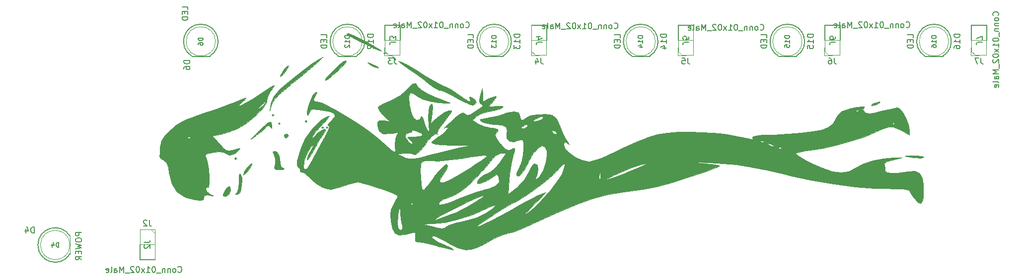
<source format=gbr>
%TF.GenerationSoftware,KiCad,Pcbnew,(5.1.7)-1*%
%TF.CreationDate,2021-12-31T12:29:52+00:00*%
%TF.ProjectId,PCB-MIDI-THRU,5043422d-4d49-4444-992d-544852552e6b,rev?*%
%TF.SameCoordinates,Original*%
%TF.FileFunction,Legend,Bot*%
%TF.FilePolarity,Positive*%
%FSLAX46Y46*%
G04 Gerber Fmt 4.6, Leading zero omitted, Abs format (unit mm)*
G04 Created by KiCad (PCBNEW (5.1.7)-1) date 2021-12-31 12:29:52*
%MOMM*%
%LPD*%
G01*
G04 APERTURE LIST*
%ADD10C,0.010000*%
%ADD11C,0.100000*%
%ADD12C,0.120000*%
%ADD13C,0.150000*%
%ADD14C,0.200000*%
G04 APERTURE END LIST*
D10*
%TO.C,G\u002A\u002A\u002A*%
G36*
X238454440Y-140969097D02*
G01*
X239546616Y-141102450D01*
X239908195Y-141137994D01*
X240755817Y-141152753D01*
X241207973Y-141032219D01*
X241231111Y-140981940D01*
X240913158Y-140831494D01*
X240096398Y-140747206D01*
X239379028Y-140740923D01*
X238368658Y-140786842D01*
X238061124Y-140863397D01*
X238454440Y-140969097D01*
G37*
X238454440Y-140969097D02*
X239546616Y-141102450D01*
X239908195Y-141137994D01*
X240755817Y-141152753D01*
X241207973Y-141032219D01*
X241231111Y-140981940D01*
X240913158Y-140831494D01*
X240096398Y-140747206D01*
X239379028Y-140740923D01*
X238368658Y-140786842D01*
X238061124Y-140863397D01*
X238454440Y-140969097D01*
G36*
X134638906Y-142814957D02*
G01*
X134667954Y-142816667D01*
X134920618Y-143028813D01*
X134868611Y-143169445D01*
X134935451Y-143481888D01*
X135134568Y-143522223D01*
X135660905Y-143762190D01*
X136395391Y-144362964D01*
X136654693Y-144624004D01*
X137615776Y-145466731D01*
X138656947Y-146131961D01*
X138836056Y-146215693D01*
X139554803Y-146464445D01*
X140239465Y-146497892D01*
X141142253Y-146298983D01*
X142088122Y-145995856D01*
X143305288Y-145619193D01*
X144326414Y-145361833D01*
X144840407Y-145286111D01*
X145421142Y-145396221D01*
X146445181Y-145683819D01*
X147721348Y-146084812D01*
X149058464Y-146535104D01*
X150265352Y-146970602D01*
X151150834Y-147327211D01*
X151509646Y-147522054D01*
X151463692Y-147912511D01*
X151114430Y-148658873D01*
X150922388Y-148986414D01*
X150428360Y-149966062D01*
X150289090Y-150914308D01*
X150385996Y-151915387D01*
X150649008Y-153227549D01*
X151049841Y-154002710D01*
X151722622Y-154311640D01*
X152801474Y-154225111D01*
X154135952Y-153894051D01*
X154532498Y-153923415D01*
X154568147Y-154438191D01*
X154535799Y-154625944D01*
X154516374Y-155290100D01*
X154910049Y-155508209D01*
X155116673Y-155516667D01*
X155818884Y-155608539D01*
X156959549Y-155850264D01*
X158300714Y-156191003D01*
X158396436Y-156217382D01*
X159626529Y-156541182D01*
X160558053Y-156754198D01*
X161015358Y-156816918D01*
X161032715Y-156810433D01*
X160801971Y-156624162D01*
X160093797Y-156258769D01*
X159411337Y-155947792D01*
X158395188Y-155456949D01*
X157665976Y-155017719D01*
X157455328Y-154825574D01*
X157409925Y-154488382D01*
X157878716Y-154519078D01*
X158788633Y-154894484D01*
X160066607Y-155591421D01*
X160289365Y-155724576D01*
X161792892Y-156502619D01*
X163105994Y-156821499D01*
X164421699Y-156672587D01*
X165933032Y-156047254D01*
X167042626Y-155422694D01*
X168327117Y-154744952D01*
X169597423Y-154220981D01*
X170426929Y-153995329D01*
X171281324Y-153760171D01*
X172578095Y-153277354D01*
X174131471Y-152620532D01*
X175542207Y-151967224D01*
X179081422Y-150323056D01*
X182179963Y-149038721D01*
X184975638Y-148070105D01*
X187606254Y-147373100D01*
X190209617Y-146903593D01*
X192018611Y-146693268D01*
X193856137Y-146442338D01*
X195926168Y-145997837D01*
X198371406Y-145325024D01*
X200908023Y-144529210D01*
X202767818Y-143908835D01*
X204353913Y-143355040D01*
X205561549Y-142906450D01*
X206285969Y-142601691D01*
X206446823Y-142487009D01*
X206037093Y-142377404D01*
X205101556Y-142240198D01*
X203818016Y-142100130D01*
X203378245Y-142060081D01*
X202324608Y-141962959D01*
X201874862Y-141904447D01*
X202053171Y-141882638D01*
X202883701Y-141895627D01*
X204390618Y-141941506D01*
X204734640Y-141953079D01*
X207018459Y-142081217D01*
X209306430Y-142324034D01*
X211755227Y-142706926D01*
X214521523Y-143255292D01*
X217761993Y-143994531D01*
X218653333Y-144209411D01*
X222238896Y-144987497D01*
X225936207Y-145620391D01*
X229535715Y-146079865D01*
X232827869Y-146337694D01*
X234792917Y-146383383D01*
X236371176Y-146400268D01*
X237651937Y-146464213D01*
X238494445Y-146564781D01*
X238761667Y-146677666D01*
X238971036Y-147126672D01*
X239493396Y-147857908D01*
X239695735Y-148105943D01*
X240349608Y-148781743D01*
X240755152Y-148910085D01*
X240925055Y-148750371D01*
X241121281Y-148043433D01*
X241194062Y-146932416D01*
X241146016Y-145707443D01*
X240979761Y-144658639D01*
X240885493Y-144365044D01*
X240450589Y-143687594D01*
X239756444Y-143395654D01*
X238647611Y-143448536D01*
X237911973Y-143586680D01*
X236753772Y-143746318D01*
X235703329Y-143746293D01*
X234937471Y-143606016D01*
X234633025Y-143344900D01*
X234667017Y-143230453D01*
X234651839Y-142735303D01*
X234517261Y-142447046D01*
X234463644Y-142098434D01*
X234884804Y-141817898D01*
X235863455Y-141535658D01*
X237526945Y-141136594D01*
X236115833Y-141107253D01*
X234388571Y-141231158D01*
X232537391Y-141618222D01*
X230840765Y-142193376D01*
X229601628Y-142863291D01*
X228479626Y-143468906D01*
X227214792Y-143671324D01*
X225698010Y-143459341D01*
X223820166Y-142821753D01*
X222206524Y-142103913D01*
X220743259Y-141366195D01*
X219782010Y-140789229D01*
X219384414Y-140412596D01*
X219415988Y-140311933D01*
X219977398Y-140133339D01*
X220996881Y-139939750D01*
X221981744Y-139806058D01*
X224141889Y-139463389D01*
X226556050Y-138922502D01*
X228982299Y-138250145D01*
X231178705Y-137513064D01*
X232837339Y-136811057D01*
X234212681Y-136166843D01*
X235194762Y-135855793D01*
X236003203Y-135861522D01*
X236857623Y-136167643D01*
X237443974Y-136467352D01*
X238761667Y-137173593D01*
X238753919Y-136379158D01*
X238591065Y-135434868D01*
X238192544Y-134369445D01*
X237669677Y-133399921D01*
X237133786Y-132743325D01*
X236808346Y-132586111D01*
X236180695Y-132673476D01*
X236115833Y-132687369D01*
X236115833Y-135055556D01*
X236292222Y-135231945D01*
X236115833Y-135408334D01*
X235939445Y-135231945D01*
X236115833Y-135055556D01*
X236115833Y-132687369D01*
X235117579Y-132901190D01*
X233996766Y-133181621D01*
X232728643Y-133489597D01*
X231938069Y-133581862D01*
X231433492Y-133466555D01*
X231188136Y-133300955D01*
X230829007Y-132860203D01*
X231053717Y-132553256D01*
X231117722Y-132401198D01*
X230675594Y-132390398D01*
X229942222Y-132486055D01*
X229942222Y-132938889D01*
X230232598Y-133067965D01*
X230177408Y-133174074D01*
X229758743Y-133216295D01*
X229707037Y-133174074D01*
X229755463Y-132964348D01*
X229942222Y-132938889D01*
X229942222Y-132486055D01*
X229905648Y-132490826D01*
X228986200Y-132672453D01*
X228095565Y-132905249D01*
X227412058Y-133159187D01*
X227389694Y-133170294D01*
X226614989Y-133807573D01*
X226201831Y-134545121D01*
X225739133Y-135331229D01*
X224946148Y-135967072D01*
X223912419Y-136320324D01*
X222329054Y-136636003D01*
X220351736Y-136894833D01*
X218136148Y-137077537D01*
X216683658Y-137132714D01*
X216683658Y-139316740D01*
X217141216Y-139381600D01*
X217146678Y-139502026D01*
X216674524Y-139586240D01*
X216470521Y-139529877D01*
X216336895Y-139373232D01*
X216683658Y-139316740D01*
X216683658Y-137132714D01*
X215837972Y-137164840D01*
X215234570Y-137169545D01*
X214658092Y-137189769D01*
X214658092Y-138609469D01*
X215288306Y-138803304D01*
X215694589Y-139064768D01*
X215696396Y-139188419D01*
X215301852Y-139168883D01*
X214887432Y-138979176D01*
X214472988Y-138667246D01*
X214658092Y-138609469D01*
X214658092Y-137189769D01*
X213750230Y-137221619D01*
X213714445Y-137226161D01*
X213714445Y-138230556D01*
X214004821Y-138359632D01*
X213949630Y-138465741D01*
X213530965Y-138507962D01*
X213479259Y-138465741D01*
X213527685Y-138256015D01*
X213714445Y-138230556D01*
X213714445Y-137226161D01*
X212666358Y-137359214D01*
X212065344Y-137558992D01*
X212029578Y-137797618D01*
X212387209Y-137976033D01*
X212480844Y-138044630D01*
X211924899Y-137961468D01*
X210757261Y-137733528D01*
X209015818Y-137367789D01*
X208599167Y-137278106D01*
X207183863Y-137053027D01*
X205316005Y-136868978D01*
X203248309Y-136746883D01*
X201720000Y-136708567D01*
X199473679Y-136729182D01*
X197591608Y-136862457D01*
X195891187Y-137154279D01*
X194189814Y-137650539D01*
X193837171Y-137790214D01*
X193837171Y-142119624D01*
X193930775Y-142201127D01*
X193398724Y-142495032D01*
X192260958Y-142990413D01*
X190537415Y-143676341D01*
X190465917Y-143703978D01*
X189070523Y-144226430D01*
X187942294Y-144617816D01*
X187227008Y-144829350D01*
X187051711Y-144846525D01*
X187278499Y-144657770D01*
X187999069Y-144289552D01*
X189047566Y-143812785D01*
X190258133Y-143298379D01*
X191464915Y-142817246D01*
X192502055Y-142440298D01*
X193097975Y-142261451D01*
X193837171Y-142119624D01*
X193837171Y-137790214D01*
X192304886Y-138397125D01*
X190053802Y-139439926D01*
X189207034Y-139853154D01*
X187081048Y-140836201D01*
X186041203Y-141233612D01*
X186041203Y-143595399D01*
X186099663Y-144019417D01*
X186108813Y-144404167D01*
X186080417Y-145130213D01*
X186000473Y-145317607D01*
X185955391Y-145202030D01*
X185889682Y-144354857D01*
X185948272Y-143790919D01*
X186041203Y-143595399D01*
X186041203Y-141233612D01*
X185407648Y-141475747D01*
X184247102Y-141749433D01*
X184071701Y-141758334D01*
X182997369Y-141548187D01*
X181840838Y-141008138D01*
X180799868Y-140273770D01*
X180072218Y-139480668D01*
X179947421Y-139136887D01*
X179947421Y-142111111D01*
X180050913Y-142383134D01*
X179877318Y-143061291D01*
X179498890Y-143938717D01*
X179023272Y-144756945D01*
X177622436Y-146642910D01*
X176084682Y-148414349D01*
X174602624Y-149855784D01*
X174091300Y-150274333D01*
X173454646Y-150746851D01*
X173228619Y-150861181D01*
X173436945Y-150577439D01*
X174103349Y-149855738D01*
X174732500Y-149196361D01*
X176849167Y-146989196D01*
X175481770Y-147549349D01*
X174513353Y-148007191D01*
X173206255Y-148704207D01*
X171817938Y-149502181D01*
X171601215Y-149632571D01*
X170347901Y-150359990D01*
X168977787Y-151104212D01*
X167627795Y-151797695D01*
X166434851Y-152372896D01*
X165535878Y-152762269D01*
X165067800Y-152898274D01*
X165031111Y-152873545D01*
X165304854Y-152638191D01*
X166025108Y-152127445D01*
X167040412Y-151440397D01*
X168199303Y-150676136D01*
X169350321Y-149933754D01*
X170342005Y-149312340D01*
X171022892Y-148910985D01*
X171236382Y-148813889D01*
X171756765Y-148607654D01*
X172679167Y-148057967D01*
X173859698Y-147268361D01*
X175154469Y-146342367D01*
X176419589Y-145383514D01*
X177511169Y-144495335D01*
X178285319Y-143781360D01*
X178392763Y-143664761D01*
X179154792Y-142832353D01*
X179727071Y-142268504D01*
X179947421Y-142111111D01*
X179947421Y-139136887D01*
X179847778Y-138862397D01*
X179918912Y-138371883D01*
X180253578Y-138465649D01*
X180465139Y-138622253D01*
X180874679Y-138922393D01*
X180811257Y-138779603D01*
X180503058Y-138400865D01*
X180055065Y-137668864D01*
X179548067Y-136568320D01*
X179281358Y-135870793D01*
X178670797Y-134528465D01*
X178027360Y-133885146D01*
X177954537Y-133859239D01*
X177954537Y-136466667D01*
X178471809Y-136640598D01*
X178673292Y-136989139D01*
X178607176Y-137119306D01*
X178244743Y-137070619D01*
X178007454Y-136884121D01*
X177808577Y-136528949D01*
X177954537Y-136466667D01*
X177954537Y-133859239D01*
X177920522Y-133847138D01*
X176669520Y-133668241D01*
X175858367Y-133692753D01*
X175858367Y-134048943D01*
X176273370Y-134112584D01*
X176320000Y-134308874D01*
X176016837Y-134593267D01*
X175356570Y-134804698D01*
X174715098Y-134904219D01*
X174698185Y-134782691D01*
X175071218Y-134493046D01*
X175858367Y-134048943D01*
X175858367Y-133692753D01*
X175323047Y-133708931D01*
X174178793Y-133945416D01*
X173694935Y-134184831D01*
X173438575Y-134338111D01*
X173438575Y-135449478D01*
X173747075Y-135501272D01*
X173674167Y-135761111D01*
X173170715Y-136068065D01*
X172859597Y-136108487D01*
X172464794Y-136051397D01*
X172721232Y-135807517D01*
X172792222Y-135761111D01*
X173438575Y-135449478D01*
X173438575Y-134338111D01*
X172926386Y-134644354D01*
X172530448Y-134541676D01*
X172439445Y-134038367D01*
X172162181Y-133407384D01*
X171382773Y-133191365D01*
X170179794Y-133404557D01*
X169755132Y-133551652D01*
X168478448Y-133947345D01*
X167067305Y-134263678D01*
X166795000Y-134308235D01*
X165859456Y-134466749D01*
X165532835Y-134614590D01*
X165723695Y-134826525D01*
X165978058Y-134976223D01*
X166851158Y-135268856D01*
X167963525Y-135411279D01*
X168094725Y-135413736D01*
X169374691Y-135527307D01*
X170052348Y-135891066D01*
X170203090Y-136558919D01*
X170144168Y-136879085D01*
X170160418Y-137802818D01*
X170641956Y-138342186D01*
X171431771Y-138361599D01*
X171718629Y-138238723D01*
X172441492Y-138020840D01*
X172838965Y-138083056D01*
X173033253Y-138565692D01*
X173043728Y-139502669D01*
X172897704Y-140675099D01*
X172622496Y-141864095D01*
X172245417Y-142850772D01*
X172243587Y-142854316D01*
X171838773Y-143705206D01*
X171789124Y-144108564D01*
X172091712Y-144224789D01*
X172218493Y-144227778D01*
X172599006Y-143931036D01*
X173145113Y-143150069D01*
X173743557Y-142048765D01*
X173787863Y-141956837D01*
X174626163Y-140455854D01*
X175420973Y-139487013D01*
X176113931Y-139072192D01*
X176646675Y-139233271D01*
X176960841Y-139992130D01*
X177020154Y-140745112D01*
X176840419Y-141906326D01*
X176378472Y-143175590D01*
X175767660Y-144228396D01*
X175447200Y-144572967D01*
X175087165Y-144822229D01*
X175067123Y-144603355D01*
X175264828Y-144043075D01*
X175489612Y-143027221D01*
X175332123Y-142330277D01*
X174907424Y-142111111D01*
X174558430Y-142407255D01*
X174101230Y-143158517D01*
X173876238Y-143638698D01*
X173166480Y-144827724D01*
X172175906Y-145965048D01*
X171819792Y-146276408D01*
X170418146Y-147386532D01*
X170573638Y-144837016D01*
X170723817Y-143301382D01*
X170962082Y-141812743D01*
X171210493Y-140787030D01*
X171488836Y-139873983D01*
X171516502Y-139497570D01*
X171262379Y-139523905D01*
X170953624Y-139681650D01*
X170452685Y-139849705D01*
X169981520Y-139670355D01*
X169352109Y-139047134D01*
X169164806Y-138828928D01*
X169164806Y-140347223D01*
X170003896Y-140347223D01*
X168913719Y-141931740D01*
X168144595Y-142869405D01*
X167366046Y-143539757D01*
X166982456Y-143727356D01*
X166227631Y-144070019D01*
X165550574Y-144609000D01*
X165137935Y-145161564D01*
X165149376Y-145521969D01*
X165635521Y-145544268D01*
X166514655Y-145166913D01*
X167646235Y-144451933D01*
X167760804Y-144369399D01*
X168346146Y-143998030D01*
X168632620Y-144081521D01*
X168787086Y-144411967D01*
X168829839Y-145239060D01*
X168236189Y-145899618D01*
X168174606Y-145924991D01*
X168174606Y-149220933D01*
X168153896Y-149424851D01*
X167618050Y-149894989D01*
X166585370Y-150581494D01*
X166238515Y-150788827D01*
X165041213Y-151330604D01*
X163536787Y-151800387D01*
X162506224Y-152017651D01*
X161282641Y-152274645D01*
X160328494Y-152591871D01*
X159893922Y-152862047D01*
X159569058Y-153123959D01*
X159030293Y-153169419D01*
X158083285Y-153000511D01*
X157600866Y-152886623D01*
X155682500Y-152419687D01*
X157584744Y-152380677D01*
X159577631Y-152158162D01*
X161908391Y-151608726D01*
X164331564Y-150802347D01*
X166597421Y-149811158D01*
X167661882Y-149333084D01*
X168174606Y-149220933D01*
X168174606Y-145924991D01*
X166980281Y-146417085D01*
X166417884Y-146560034D01*
X166089445Y-146653879D01*
X166089445Y-147604232D01*
X166235575Y-147638794D01*
X165893653Y-147930639D01*
X165195548Y-148400141D01*
X164273126Y-148967673D01*
X163258257Y-149553609D01*
X162282809Y-150078322D01*
X161478650Y-150462188D01*
X161150556Y-150586491D01*
X160248847Y-150899051D01*
X159121792Y-151329516D01*
X158857500Y-151435929D01*
X158023873Y-151763378D01*
X157757887Y-151813283D01*
X157979011Y-151586814D01*
X158151945Y-151446187D01*
X158811459Y-151028020D01*
X159936925Y-150418407D01*
X161346451Y-149705386D01*
X162858151Y-148976996D01*
X164290134Y-148321276D01*
X165460511Y-147826265D01*
X166089445Y-147604232D01*
X166089445Y-146653879D01*
X165078603Y-146942708D01*
X163474620Y-147510291D01*
X162087810Y-148081709D01*
X160528174Y-148726125D01*
X159365942Y-149091012D01*
X158665798Y-149165446D01*
X158492427Y-148938505D01*
X158662292Y-148660176D01*
X159301217Y-148217877D01*
X160130217Y-147923600D01*
X161520668Y-147348176D01*
X163121113Y-146231130D01*
X164826805Y-144662300D01*
X166532999Y-142731530D01*
X167215494Y-141846528D01*
X168158743Y-140791381D01*
X168981714Y-140362771D01*
X169164806Y-140347223D01*
X169164806Y-138828928D01*
X169065018Y-138712676D01*
X168401954Y-137872101D01*
X168163522Y-137348543D01*
X168286028Y-136949760D01*
X168424428Y-136779212D01*
X168673148Y-136410235D01*
X168479691Y-136199239D01*
X167725307Y-136048510D01*
X167498387Y-136017228D01*
X166353824Y-135749666D01*
X166353824Y-140711651D01*
X166734612Y-140753842D01*
X166795000Y-140831913D01*
X166520288Y-141069426D01*
X165783301Y-141597264D01*
X164714761Y-142323438D01*
X164060972Y-142755787D01*
X162076671Y-143998515D01*
X160524655Y-144849103D01*
X159429719Y-145301614D01*
X158816655Y-145350112D01*
X158710256Y-144988661D01*
X159135315Y-144211325D01*
X159386667Y-143875000D01*
X159876244Y-143125741D01*
X160084378Y-142563155D01*
X159919174Y-142229888D01*
X159448509Y-142433947D01*
X158743834Y-143116213D01*
X157876599Y-144217567D01*
X157592747Y-144624779D01*
X156858353Y-145646786D01*
X156249418Y-146387084D01*
X155890127Y-146695664D01*
X155877078Y-146697222D01*
X155685358Y-146381178D01*
X155535980Y-145578669D01*
X155440925Y-144508135D01*
X155412175Y-143388013D01*
X155461713Y-142436741D01*
X155601519Y-141872759D01*
X155611634Y-141857903D01*
X156225870Y-141588467D01*
X157391950Y-141623126D01*
X158392169Y-141651400D01*
X159841222Y-141563656D01*
X161495253Y-141378009D01*
X162293286Y-141258972D01*
X164221768Y-140955810D01*
X165545745Y-140776172D01*
X166353824Y-140711651D01*
X166353824Y-135749666D01*
X166325565Y-135743059D01*
X165299357Y-135318019D01*
X165168653Y-135238931D01*
X164274742Y-134653218D01*
X165024493Y-134002962D01*
X165820905Y-133566396D01*
X166969574Y-133212855D01*
X167518950Y-133112748D01*
X168577164Y-132900724D01*
X169281563Y-132643248D01*
X169555449Y-132409140D01*
X169322125Y-132267223D01*
X168504893Y-132286320D01*
X168430648Y-132294668D01*
X167598140Y-132362902D01*
X167165173Y-132341847D01*
X167147778Y-132324134D01*
X167360551Y-132009668D01*
X167849608Y-131450506D01*
X168357515Y-130800183D01*
X168297378Y-130561313D01*
X167679364Y-130741019D01*
X167180562Y-130981658D01*
X166089445Y-131545897D01*
X166053430Y-130390310D01*
X166017416Y-129234723D01*
X165640890Y-130411689D01*
X165439673Y-131281085D01*
X165580154Y-131751981D01*
X165754882Y-131891813D01*
X166094899Y-132205430D01*
X166079228Y-132303539D01*
X165709741Y-132557590D01*
X164993332Y-133057167D01*
X164745732Y-133230601D01*
X163916651Y-133732613D01*
X163379795Y-133801201D01*
X163055582Y-133615189D01*
X162644304Y-133435873D01*
X162126795Y-133634869D01*
X161331935Y-134283830D01*
X161224295Y-134382023D01*
X160393270Y-135143417D01*
X159751901Y-135728891D01*
X159563056Y-135900081D01*
X159441825Y-136068190D01*
X159651250Y-135968434D01*
X160041085Y-135905977D01*
X160092222Y-136014668D01*
X159817354Y-136485116D01*
X159127143Y-137119534D01*
X158223185Y-137739547D01*
X158003462Y-137862843D01*
X157388447Y-138287274D01*
X157371717Y-138599348D01*
X157980696Y-138810293D01*
X159242806Y-138931335D01*
X160709583Y-138970673D01*
X164149167Y-139005234D01*
X162032500Y-139444801D01*
X160656353Y-139753386D01*
X158931975Y-140171848D01*
X157190432Y-140619371D01*
X156870442Y-140704915D01*
X155367971Y-141092339D01*
X154350853Y-141289666D01*
X153918611Y-141302617D01*
X153918611Y-148813889D01*
X154095000Y-148990278D01*
X153918611Y-149166667D01*
X153742222Y-148990278D01*
X153918611Y-148813889D01*
X153918611Y-141302617D01*
X153629166Y-141311290D01*
X153012991Y-141171601D01*
X152637109Y-141025705D01*
X151901029Y-140716043D01*
X151901029Y-149343056D01*
X151964476Y-150577778D01*
X152088647Y-151640924D01*
X152300705Y-152499944D01*
X152307755Y-152518056D01*
X152379655Y-153222667D01*
X152197229Y-153473805D01*
X151782941Y-153406143D01*
X151556001Y-153045832D01*
X151464975Y-152283495D01*
X151543426Y-151206535D01*
X151603080Y-150855361D01*
X151901029Y-149343056D01*
X151901029Y-140716043D01*
X151449167Y-140525948D01*
X152683889Y-140340729D01*
X153568171Y-140303815D01*
X154120819Y-140455668D01*
X154156308Y-140493266D01*
X154584113Y-140582263D01*
X155280745Y-140038696D01*
X156231048Y-138875881D01*
X156616158Y-138331782D01*
X157338847Y-137433384D01*
X157900883Y-137032804D01*
X158085692Y-137045134D01*
X158320122Y-137109344D01*
X158249053Y-137002510D01*
X158324939Y-136609393D01*
X158774246Y-135860464D01*
X159440255Y-134991551D01*
X160156197Y-134076559D01*
X160606979Y-133381733D01*
X160696277Y-133072574D01*
X160249827Y-133073934D01*
X159467638Y-133435429D01*
X158545677Y-134053412D01*
X158030989Y-134482279D01*
X157204478Y-135231945D01*
X157453684Y-133556250D01*
X157547361Y-132475897D01*
X157442920Y-131927246D01*
X157354153Y-131880556D01*
X157012277Y-132201073D01*
X156795197Y-133047370D01*
X156729326Y-134246564D01*
X156813005Y-135422456D01*
X156892461Y-136413215D01*
X156802511Y-136733227D01*
X156560882Y-136392033D01*
X156185300Y-135399173D01*
X156062594Y-135018595D01*
X155777876Y-134243409D01*
X155585599Y-133967733D01*
X155540990Y-134085417D01*
X155280528Y-134601952D01*
X154754750Y-134643765D01*
X154219230Y-134212039D01*
X154138725Y-134078922D01*
X154077207Y-133914295D01*
X154077207Y-136383686D01*
X154682899Y-136531735D01*
X154798102Y-136573727D01*
X155634853Y-136980305D01*
X155779914Y-137290339D01*
X155243168Y-137482149D01*
X154359584Y-137535728D01*
X153480284Y-137573750D01*
X153224877Y-137692802D01*
X153477639Y-137906035D01*
X153988218Y-138385246D01*
X154095000Y-138679258D01*
X153889688Y-138757832D01*
X153391008Y-138388185D01*
X153346633Y-138344534D01*
X152867417Y-137610572D01*
X152952846Y-137051275D01*
X153576735Y-136819732D01*
X153607473Y-136819445D01*
X153965859Y-136656643D01*
X153936978Y-136496385D01*
X154077207Y-136383686D01*
X154077207Y-133914295D01*
X153786607Y-133136621D01*
X153538957Y-131966844D01*
X153446519Y-130883484D01*
X153523835Y-130275291D01*
X153741884Y-129983227D01*
X154146774Y-130081931D01*
X154885515Y-130592618D01*
X155822408Y-131140860D01*
X157001359Y-131477982D01*
X158504722Y-131662431D01*
X159771461Y-131760758D01*
X160398750Y-131783668D01*
X160450277Y-131714147D01*
X159989725Y-131535184D01*
X159543873Y-131384825D01*
X158031359Y-130806661D01*
X156656876Y-130152053D01*
X155584984Y-129510684D01*
X154980240Y-128972233D01*
X154922013Y-128866006D01*
X154603333Y-128423681D01*
X154122332Y-128505687D01*
X153392729Y-129143740D01*
X153003735Y-129571110D01*
X151907368Y-130511370D01*
X150507617Y-131306565D01*
X150119064Y-131466483D01*
X149089195Y-131908872D01*
X148373182Y-132325699D01*
X148173322Y-132535867D01*
X148329820Y-132995494D01*
X148878934Y-133676735D01*
X149142464Y-133932835D01*
X150242387Y-134937460D01*
X149170082Y-134780079D01*
X148421889Y-134736980D01*
X148138678Y-135041396D01*
X148097778Y-135679926D01*
X148333418Y-136565874D01*
X149061994Y-136995840D01*
X150315995Y-136985223D01*
X150707870Y-136917026D01*
X151417625Y-136815652D01*
X151559171Y-136951852D01*
X151383931Y-137209402D01*
X151133437Y-137881895D01*
X151061160Y-138872749D01*
X151071085Y-139043787D01*
X151118634Y-139890595D01*
X151007056Y-140143618D01*
X150635928Y-139912179D01*
X150430765Y-139740860D01*
X149621493Y-139031086D01*
X148811422Y-138286750D01*
X147706287Y-137350563D01*
X146263995Y-136283257D01*
X144613358Y-135163437D01*
X142883190Y-134069709D01*
X141202303Y-133080679D01*
X139699509Y-132274952D01*
X138503621Y-131731135D01*
X137743452Y-131527834D01*
X137735388Y-131527778D01*
X137260942Y-131443596D01*
X137230605Y-131081751D01*
X137549641Y-130403680D01*
X137764034Y-129904976D01*
X137572552Y-129905853D01*
X137513645Y-129940772D01*
X137032971Y-130515999D01*
X136563000Y-131493571D01*
X136223100Y-132578694D01*
X136125695Y-133368531D01*
X136162039Y-133931881D01*
X136289146Y-133812475D01*
X136445283Y-133438850D01*
X136698635Y-133013051D01*
X137136531Y-132838783D01*
X137965037Y-132866737D01*
X138547974Y-132935707D01*
X139977424Y-133204747D01*
X140726976Y-133568922D01*
X140818202Y-134047561D01*
X140376537Y-134574106D01*
X139872545Y-135106017D01*
X139628593Y-135540861D01*
X139715310Y-135705395D01*
X139957989Y-135600730D01*
X139920673Y-135809560D01*
X139612019Y-136495254D01*
X139105274Y-137518992D01*
X138473689Y-138741954D01*
X137790511Y-140025317D01*
X137128989Y-141230263D01*
X136562372Y-142217969D01*
X136163909Y-142849616D01*
X136069841Y-142969537D01*
X135673802Y-143169396D01*
X135490795Y-142766802D01*
X135550739Y-141840683D01*
X135579702Y-141676509D01*
X135977695Y-140563287D01*
X136636674Y-139500132D01*
X136690612Y-139435600D01*
X137574102Y-138406945D01*
X136838718Y-139683307D01*
X136375930Y-140600579D01*
X136126751Y-141317205D01*
X136112408Y-141447196D01*
X136256611Y-141436872D01*
X136621012Y-140910559D01*
X137011964Y-140200559D01*
X137658627Y-139011293D01*
X138308288Y-137924510D01*
X138590389Y-137500267D01*
X139058775Y-136785911D01*
X139276398Y-136342514D01*
X139278334Y-136324014D01*
X139057738Y-136154497D01*
X138505649Y-136403393D01*
X137786612Y-136987365D01*
X137603584Y-137172223D01*
X137091206Y-137675320D01*
X136980142Y-137657813D01*
X137111423Y-137348611D01*
X137567976Y-136686685D01*
X138326068Y-135823711D01*
X138720212Y-135427325D01*
X139596136Y-134516553D01*
X139932658Y-134014262D01*
X139742302Y-133946964D01*
X139037596Y-134341170D01*
X138414278Y-134779792D01*
X137090255Y-136033706D01*
X135937213Y-137626861D01*
X135783267Y-137899349D01*
X135155068Y-139230743D01*
X134692416Y-140538420D01*
X134429426Y-141671962D01*
X134400218Y-142480948D01*
X134638906Y-142814957D01*
G37*
X134638906Y-142814957D02*
X134667954Y-142816667D01*
X134920618Y-143028813D01*
X134868611Y-143169445D01*
X134935451Y-143481888D01*
X135134568Y-143522223D01*
X135660905Y-143762190D01*
X136395391Y-144362964D01*
X136654693Y-144624004D01*
X137615776Y-145466731D01*
X138656947Y-146131961D01*
X138836056Y-146215693D01*
X139554803Y-146464445D01*
X140239465Y-146497892D01*
X141142253Y-146298983D01*
X142088122Y-145995856D01*
X143305288Y-145619193D01*
X144326414Y-145361833D01*
X144840407Y-145286111D01*
X145421142Y-145396221D01*
X146445181Y-145683819D01*
X147721348Y-146084812D01*
X149058464Y-146535104D01*
X150265352Y-146970602D01*
X151150834Y-147327211D01*
X151509646Y-147522054D01*
X151463692Y-147912511D01*
X151114430Y-148658873D01*
X150922388Y-148986414D01*
X150428360Y-149966062D01*
X150289090Y-150914308D01*
X150385996Y-151915387D01*
X150649008Y-153227549D01*
X151049841Y-154002710D01*
X151722622Y-154311640D01*
X152801474Y-154225111D01*
X154135952Y-153894051D01*
X154532498Y-153923415D01*
X154568147Y-154438191D01*
X154535799Y-154625944D01*
X154516374Y-155290100D01*
X154910049Y-155508209D01*
X155116673Y-155516667D01*
X155818884Y-155608539D01*
X156959549Y-155850264D01*
X158300714Y-156191003D01*
X158396436Y-156217382D01*
X159626529Y-156541182D01*
X160558053Y-156754198D01*
X161015358Y-156816918D01*
X161032715Y-156810433D01*
X160801971Y-156624162D01*
X160093797Y-156258769D01*
X159411337Y-155947792D01*
X158395188Y-155456949D01*
X157665976Y-155017719D01*
X157455328Y-154825574D01*
X157409925Y-154488382D01*
X157878716Y-154519078D01*
X158788633Y-154894484D01*
X160066607Y-155591421D01*
X160289365Y-155724576D01*
X161792892Y-156502619D01*
X163105994Y-156821499D01*
X164421699Y-156672587D01*
X165933032Y-156047254D01*
X167042626Y-155422694D01*
X168327117Y-154744952D01*
X169597423Y-154220981D01*
X170426929Y-153995329D01*
X171281324Y-153760171D01*
X172578095Y-153277354D01*
X174131471Y-152620532D01*
X175542207Y-151967224D01*
X179081422Y-150323056D01*
X182179963Y-149038721D01*
X184975638Y-148070105D01*
X187606254Y-147373100D01*
X190209617Y-146903593D01*
X192018611Y-146693268D01*
X193856137Y-146442338D01*
X195926168Y-145997837D01*
X198371406Y-145325024D01*
X200908023Y-144529210D01*
X202767818Y-143908835D01*
X204353913Y-143355040D01*
X205561549Y-142906450D01*
X206285969Y-142601691D01*
X206446823Y-142487009D01*
X206037093Y-142377404D01*
X205101556Y-142240198D01*
X203818016Y-142100130D01*
X203378245Y-142060081D01*
X202324608Y-141962959D01*
X201874862Y-141904447D01*
X202053171Y-141882638D01*
X202883701Y-141895627D01*
X204390618Y-141941506D01*
X204734640Y-141953079D01*
X207018459Y-142081217D01*
X209306430Y-142324034D01*
X211755227Y-142706926D01*
X214521523Y-143255292D01*
X217761993Y-143994531D01*
X218653333Y-144209411D01*
X222238896Y-144987497D01*
X225936207Y-145620391D01*
X229535715Y-146079865D01*
X232827869Y-146337694D01*
X234792917Y-146383383D01*
X236371176Y-146400268D01*
X237651937Y-146464213D01*
X238494445Y-146564781D01*
X238761667Y-146677666D01*
X238971036Y-147126672D01*
X239493396Y-147857908D01*
X239695735Y-148105943D01*
X240349608Y-148781743D01*
X240755152Y-148910085D01*
X240925055Y-148750371D01*
X241121281Y-148043433D01*
X241194062Y-146932416D01*
X241146016Y-145707443D01*
X240979761Y-144658639D01*
X240885493Y-144365044D01*
X240450589Y-143687594D01*
X239756444Y-143395654D01*
X238647611Y-143448536D01*
X237911973Y-143586680D01*
X236753772Y-143746318D01*
X235703329Y-143746293D01*
X234937471Y-143606016D01*
X234633025Y-143344900D01*
X234667017Y-143230453D01*
X234651839Y-142735303D01*
X234517261Y-142447046D01*
X234463644Y-142098434D01*
X234884804Y-141817898D01*
X235863455Y-141535658D01*
X237526945Y-141136594D01*
X236115833Y-141107253D01*
X234388571Y-141231158D01*
X232537391Y-141618222D01*
X230840765Y-142193376D01*
X229601628Y-142863291D01*
X228479626Y-143468906D01*
X227214792Y-143671324D01*
X225698010Y-143459341D01*
X223820166Y-142821753D01*
X222206524Y-142103913D01*
X220743259Y-141366195D01*
X219782010Y-140789229D01*
X219384414Y-140412596D01*
X219415988Y-140311933D01*
X219977398Y-140133339D01*
X220996881Y-139939750D01*
X221981744Y-139806058D01*
X224141889Y-139463389D01*
X226556050Y-138922502D01*
X228982299Y-138250145D01*
X231178705Y-137513064D01*
X232837339Y-136811057D01*
X234212681Y-136166843D01*
X235194762Y-135855793D01*
X236003203Y-135861522D01*
X236857623Y-136167643D01*
X237443974Y-136467352D01*
X238761667Y-137173593D01*
X238753919Y-136379158D01*
X238591065Y-135434868D01*
X238192544Y-134369445D01*
X237669677Y-133399921D01*
X237133786Y-132743325D01*
X236808346Y-132586111D01*
X236180695Y-132673476D01*
X236115833Y-132687369D01*
X236115833Y-135055556D01*
X236292222Y-135231945D01*
X236115833Y-135408334D01*
X235939445Y-135231945D01*
X236115833Y-135055556D01*
X236115833Y-132687369D01*
X235117579Y-132901190D01*
X233996766Y-133181621D01*
X232728643Y-133489597D01*
X231938069Y-133581862D01*
X231433492Y-133466555D01*
X231188136Y-133300955D01*
X230829007Y-132860203D01*
X231053717Y-132553256D01*
X231117722Y-132401198D01*
X230675594Y-132390398D01*
X229942222Y-132486055D01*
X229942222Y-132938889D01*
X230232598Y-133067965D01*
X230177408Y-133174074D01*
X229758743Y-133216295D01*
X229707037Y-133174074D01*
X229755463Y-132964348D01*
X229942222Y-132938889D01*
X229942222Y-132486055D01*
X229905648Y-132490826D01*
X228986200Y-132672453D01*
X228095565Y-132905249D01*
X227412058Y-133159187D01*
X227389694Y-133170294D01*
X226614989Y-133807573D01*
X226201831Y-134545121D01*
X225739133Y-135331229D01*
X224946148Y-135967072D01*
X223912419Y-136320324D01*
X222329054Y-136636003D01*
X220351736Y-136894833D01*
X218136148Y-137077537D01*
X216683658Y-137132714D01*
X216683658Y-139316740D01*
X217141216Y-139381600D01*
X217146678Y-139502026D01*
X216674524Y-139586240D01*
X216470521Y-139529877D01*
X216336895Y-139373232D01*
X216683658Y-139316740D01*
X216683658Y-137132714D01*
X215837972Y-137164840D01*
X215234570Y-137169545D01*
X214658092Y-137189769D01*
X214658092Y-138609469D01*
X215288306Y-138803304D01*
X215694589Y-139064768D01*
X215696396Y-139188419D01*
X215301852Y-139168883D01*
X214887432Y-138979176D01*
X214472988Y-138667246D01*
X214658092Y-138609469D01*
X214658092Y-137189769D01*
X213750230Y-137221619D01*
X213714445Y-137226161D01*
X213714445Y-138230556D01*
X214004821Y-138359632D01*
X213949630Y-138465741D01*
X213530965Y-138507962D01*
X213479259Y-138465741D01*
X213527685Y-138256015D01*
X213714445Y-138230556D01*
X213714445Y-137226161D01*
X212666358Y-137359214D01*
X212065344Y-137558992D01*
X212029578Y-137797618D01*
X212387209Y-137976033D01*
X212480844Y-138044630D01*
X211924899Y-137961468D01*
X210757261Y-137733528D01*
X209015818Y-137367789D01*
X208599167Y-137278106D01*
X207183863Y-137053027D01*
X205316005Y-136868978D01*
X203248309Y-136746883D01*
X201720000Y-136708567D01*
X199473679Y-136729182D01*
X197591608Y-136862457D01*
X195891187Y-137154279D01*
X194189814Y-137650539D01*
X193837171Y-137790214D01*
X193837171Y-142119624D01*
X193930775Y-142201127D01*
X193398724Y-142495032D01*
X192260958Y-142990413D01*
X190537415Y-143676341D01*
X190465917Y-143703978D01*
X189070523Y-144226430D01*
X187942294Y-144617816D01*
X187227008Y-144829350D01*
X187051711Y-144846525D01*
X187278499Y-144657770D01*
X187999069Y-144289552D01*
X189047566Y-143812785D01*
X190258133Y-143298379D01*
X191464915Y-142817246D01*
X192502055Y-142440298D01*
X193097975Y-142261451D01*
X193837171Y-142119624D01*
X193837171Y-137790214D01*
X192304886Y-138397125D01*
X190053802Y-139439926D01*
X189207034Y-139853154D01*
X187081048Y-140836201D01*
X186041203Y-141233612D01*
X186041203Y-143595399D01*
X186099663Y-144019417D01*
X186108813Y-144404167D01*
X186080417Y-145130213D01*
X186000473Y-145317607D01*
X185955391Y-145202030D01*
X185889682Y-144354857D01*
X185948272Y-143790919D01*
X186041203Y-143595399D01*
X186041203Y-141233612D01*
X185407648Y-141475747D01*
X184247102Y-141749433D01*
X184071701Y-141758334D01*
X182997369Y-141548187D01*
X181840838Y-141008138D01*
X180799868Y-140273770D01*
X180072218Y-139480668D01*
X179947421Y-139136887D01*
X179947421Y-142111111D01*
X180050913Y-142383134D01*
X179877318Y-143061291D01*
X179498890Y-143938717D01*
X179023272Y-144756945D01*
X177622436Y-146642910D01*
X176084682Y-148414349D01*
X174602624Y-149855784D01*
X174091300Y-150274333D01*
X173454646Y-150746851D01*
X173228619Y-150861181D01*
X173436945Y-150577439D01*
X174103349Y-149855738D01*
X174732500Y-149196361D01*
X176849167Y-146989196D01*
X175481770Y-147549349D01*
X174513353Y-148007191D01*
X173206255Y-148704207D01*
X171817938Y-149502181D01*
X171601215Y-149632571D01*
X170347901Y-150359990D01*
X168977787Y-151104212D01*
X167627795Y-151797695D01*
X166434851Y-152372896D01*
X165535878Y-152762269D01*
X165067800Y-152898274D01*
X165031111Y-152873545D01*
X165304854Y-152638191D01*
X166025108Y-152127445D01*
X167040412Y-151440397D01*
X168199303Y-150676136D01*
X169350321Y-149933754D01*
X170342005Y-149312340D01*
X171022892Y-148910985D01*
X171236382Y-148813889D01*
X171756765Y-148607654D01*
X172679167Y-148057967D01*
X173859698Y-147268361D01*
X175154469Y-146342367D01*
X176419589Y-145383514D01*
X177511169Y-144495335D01*
X178285319Y-143781360D01*
X178392763Y-143664761D01*
X179154792Y-142832353D01*
X179727071Y-142268504D01*
X179947421Y-142111111D01*
X179947421Y-139136887D01*
X179847778Y-138862397D01*
X179918912Y-138371883D01*
X180253578Y-138465649D01*
X180465139Y-138622253D01*
X180874679Y-138922393D01*
X180811257Y-138779603D01*
X180503058Y-138400865D01*
X180055065Y-137668864D01*
X179548067Y-136568320D01*
X179281358Y-135870793D01*
X178670797Y-134528465D01*
X178027360Y-133885146D01*
X177954537Y-133859239D01*
X177954537Y-136466667D01*
X178471809Y-136640598D01*
X178673292Y-136989139D01*
X178607176Y-137119306D01*
X178244743Y-137070619D01*
X178007454Y-136884121D01*
X177808577Y-136528949D01*
X177954537Y-136466667D01*
X177954537Y-133859239D01*
X177920522Y-133847138D01*
X176669520Y-133668241D01*
X175858367Y-133692753D01*
X175858367Y-134048943D01*
X176273370Y-134112584D01*
X176320000Y-134308874D01*
X176016837Y-134593267D01*
X175356570Y-134804698D01*
X174715098Y-134904219D01*
X174698185Y-134782691D01*
X175071218Y-134493046D01*
X175858367Y-134048943D01*
X175858367Y-133692753D01*
X175323047Y-133708931D01*
X174178793Y-133945416D01*
X173694935Y-134184831D01*
X173438575Y-134338111D01*
X173438575Y-135449478D01*
X173747075Y-135501272D01*
X173674167Y-135761111D01*
X173170715Y-136068065D01*
X172859597Y-136108487D01*
X172464794Y-136051397D01*
X172721232Y-135807517D01*
X172792222Y-135761111D01*
X173438575Y-135449478D01*
X173438575Y-134338111D01*
X172926386Y-134644354D01*
X172530448Y-134541676D01*
X172439445Y-134038367D01*
X172162181Y-133407384D01*
X171382773Y-133191365D01*
X170179794Y-133404557D01*
X169755132Y-133551652D01*
X168478448Y-133947345D01*
X167067305Y-134263678D01*
X166795000Y-134308235D01*
X165859456Y-134466749D01*
X165532835Y-134614590D01*
X165723695Y-134826525D01*
X165978058Y-134976223D01*
X166851158Y-135268856D01*
X167963525Y-135411279D01*
X168094725Y-135413736D01*
X169374691Y-135527307D01*
X170052348Y-135891066D01*
X170203090Y-136558919D01*
X170144168Y-136879085D01*
X170160418Y-137802818D01*
X170641956Y-138342186D01*
X171431771Y-138361599D01*
X171718629Y-138238723D01*
X172441492Y-138020840D01*
X172838965Y-138083056D01*
X173033253Y-138565692D01*
X173043728Y-139502669D01*
X172897704Y-140675099D01*
X172622496Y-141864095D01*
X172245417Y-142850772D01*
X172243587Y-142854316D01*
X171838773Y-143705206D01*
X171789124Y-144108564D01*
X172091712Y-144224789D01*
X172218493Y-144227778D01*
X172599006Y-143931036D01*
X173145113Y-143150069D01*
X173743557Y-142048765D01*
X173787863Y-141956837D01*
X174626163Y-140455854D01*
X175420973Y-139487013D01*
X176113931Y-139072192D01*
X176646675Y-139233271D01*
X176960841Y-139992130D01*
X177020154Y-140745112D01*
X176840419Y-141906326D01*
X176378472Y-143175590D01*
X175767660Y-144228396D01*
X175447200Y-144572967D01*
X175087165Y-144822229D01*
X175067123Y-144603355D01*
X175264828Y-144043075D01*
X175489612Y-143027221D01*
X175332123Y-142330277D01*
X174907424Y-142111111D01*
X174558430Y-142407255D01*
X174101230Y-143158517D01*
X173876238Y-143638698D01*
X173166480Y-144827724D01*
X172175906Y-145965048D01*
X171819792Y-146276408D01*
X170418146Y-147386532D01*
X170573638Y-144837016D01*
X170723817Y-143301382D01*
X170962082Y-141812743D01*
X171210493Y-140787030D01*
X171488836Y-139873983D01*
X171516502Y-139497570D01*
X171262379Y-139523905D01*
X170953624Y-139681650D01*
X170452685Y-139849705D01*
X169981520Y-139670355D01*
X169352109Y-139047134D01*
X169164806Y-138828928D01*
X169164806Y-140347223D01*
X170003896Y-140347223D01*
X168913719Y-141931740D01*
X168144595Y-142869405D01*
X167366046Y-143539757D01*
X166982456Y-143727356D01*
X166227631Y-144070019D01*
X165550574Y-144609000D01*
X165137935Y-145161564D01*
X165149376Y-145521969D01*
X165635521Y-145544268D01*
X166514655Y-145166913D01*
X167646235Y-144451933D01*
X167760804Y-144369399D01*
X168346146Y-143998030D01*
X168632620Y-144081521D01*
X168787086Y-144411967D01*
X168829839Y-145239060D01*
X168236189Y-145899618D01*
X168174606Y-145924991D01*
X168174606Y-149220933D01*
X168153896Y-149424851D01*
X167618050Y-149894989D01*
X166585370Y-150581494D01*
X166238515Y-150788827D01*
X165041213Y-151330604D01*
X163536787Y-151800387D01*
X162506224Y-152017651D01*
X161282641Y-152274645D01*
X160328494Y-152591871D01*
X159893922Y-152862047D01*
X159569058Y-153123959D01*
X159030293Y-153169419D01*
X158083285Y-153000511D01*
X157600866Y-152886623D01*
X155682500Y-152419687D01*
X157584744Y-152380677D01*
X159577631Y-152158162D01*
X161908391Y-151608726D01*
X164331564Y-150802347D01*
X166597421Y-149811158D01*
X167661882Y-149333084D01*
X168174606Y-149220933D01*
X168174606Y-145924991D01*
X166980281Y-146417085D01*
X166417884Y-146560034D01*
X166089445Y-146653879D01*
X166089445Y-147604232D01*
X166235575Y-147638794D01*
X165893653Y-147930639D01*
X165195548Y-148400141D01*
X164273126Y-148967673D01*
X163258257Y-149553609D01*
X162282809Y-150078322D01*
X161478650Y-150462188D01*
X161150556Y-150586491D01*
X160248847Y-150899051D01*
X159121792Y-151329516D01*
X158857500Y-151435929D01*
X158023873Y-151763378D01*
X157757887Y-151813283D01*
X157979011Y-151586814D01*
X158151945Y-151446187D01*
X158811459Y-151028020D01*
X159936925Y-150418407D01*
X161346451Y-149705386D01*
X162858151Y-148976996D01*
X164290134Y-148321276D01*
X165460511Y-147826265D01*
X166089445Y-147604232D01*
X166089445Y-146653879D01*
X165078603Y-146942708D01*
X163474620Y-147510291D01*
X162087810Y-148081709D01*
X160528174Y-148726125D01*
X159365942Y-149091012D01*
X158665798Y-149165446D01*
X158492427Y-148938505D01*
X158662292Y-148660176D01*
X159301217Y-148217877D01*
X160130217Y-147923600D01*
X161520668Y-147348176D01*
X163121113Y-146231130D01*
X164826805Y-144662300D01*
X166532999Y-142731530D01*
X167215494Y-141846528D01*
X168158743Y-140791381D01*
X168981714Y-140362771D01*
X169164806Y-140347223D01*
X169164806Y-138828928D01*
X169065018Y-138712676D01*
X168401954Y-137872101D01*
X168163522Y-137348543D01*
X168286028Y-136949760D01*
X168424428Y-136779212D01*
X168673148Y-136410235D01*
X168479691Y-136199239D01*
X167725307Y-136048510D01*
X167498387Y-136017228D01*
X166353824Y-135749666D01*
X166353824Y-140711651D01*
X166734612Y-140753842D01*
X166795000Y-140831913D01*
X166520288Y-141069426D01*
X165783301Y-141597264D01*
X164714761Y-142323438D01*
X164060972Y-142755787D01*
X162076671Y-143998515D01*
X160524655Y-144849103D01*
X159429719Y-145301614D01*
X158816655Y-145350112D01*
X158710256Y-144988661D01*
X159135315Y-144211325D01*
X159386667Y-143875000D01*
X159876244Y-143125741D01*
X160084378Y-142563155D01*
X159919174Y-142229888D01*
X159448509Y-142433947D01*
X158743834Y-143116213D01*
X157876599Y-144217567D01*
X157592747Y-144624779D01*
X156858353Y-145646786D01*
X156249418Y-146387084D01*
X155890127Y-146695664D01*
X155877078Y-146697222D01*
X155685358Y-146381178D01*
X155535980Y-145578669D01*
X155440925Y-144508135D01*
X155412175Y-143388013D01*
X155461713Y-142436741D01*
X155601519Y-141872759D01*
X155611634Y-141857903D01*
X156225870Y-141588467D01*
X157391950Y-141623126D01*
X158392169Y-141651400D01*
X159841222Y-141563656D01*
X161495253Y-141378009D01*
X162293286Y-141258972D01*
X164221768Y-140955810D01*
X165545745Y-140776172D01*
X166353824Y-140711651D01*
X166353824Y-135749666D01*
X166325565Y-135743059D01*
X165299357Y-135318019D01*
X165168653Y-135238931D01*
X164274742Y-134653218D01*
X165024493Y-134002962D01*
X165820905Y-133566396D01*
X166969574Y-133212855D01*
X167518950Y-133112748D01*
X168577164Y-132900724D01*
X169281563Y-132643248D01*
X169555449Y-132409140D01*
X169322125Y-132267223D01*
X168504893Y-132286320D01*
X168430648Y-132294668D01*
X167598140Y-132362902D01*
X167165173Y-132341847D01*
X167147778Y-132324134D01*
X167360551Y-132009668D01*
X167849608Y-131450506D01*
X168357515Y-130800183D01*
X168297378Y-130561313D01*
X167679364Y-130741019D01*
X167180562Y-130981658D01*
X166089445Y-131545897D01*
X166053430Y-130390310D01*
X166017416Y-129234723D01*
X165640890Y-130411689D01*
X165439673Y-131281085D01*
X165580154Y-131751981D01*
X165754882Y-131891813D01*
X166094899Y-132205430D01*
X166079228Y-132303539D01*
X165709741Y-132557590D01*
X164993332Y-133057167D01*
X164745732Y-133230601D01*
X163916651Y-133732613D01*
X163379795Y-133801201D01*
X163055582Y-133615189D01*
X162644304Y-133435873D01*
X162126795Y-133634869D01*
X161331935Y-134283830D01*
X161224295Y-134382023D01*
X160393270Y-135143417D01*
X159751901Y-135728891D01*
X159563056Y-135900081D01*
X159441825Y-136068190D01*
X159651250Y-135968434D01*
X160041085Y-135905977D01*
X160092222Y-136014668D01*
X159817354Y-136485116D01*
X159127143Y-137119534D01*
X158223185Y-137739547D01*
X158003462Y-137862843D01*
X157388447Y-138287274D01*
X157371717Y-138599348D01*
X157980696Y-138810293D01*
X159242806Y-138931335D01*
X160709583Y-138970673D01*
X164149167Y-139005234D01*
X162032500Y-139444801D01*
X160656353Y-139753386D01*
X158931975Y-140171848D01*
X157190432Y-140619371D01*
X156870442Y-140704915D01*
X155367971Y-141092339D01*
X154350853Y-141289666D01*
X153918611Y-141302617D01*
X153918611Y-148813889D01*
X154095000Y-148990278D01*
X153918611Y-149166667D01*
X153742222Y-148990278D01*
X153918611Y-148813889D01*
X153918611Y-141302617D01*
X153629166Y-141311290D01*
X153012991Y-141171601D01*
X152637109Y-141025705D01*
X151901029Y-140716043D01*
X151901029Y-149343056D01*
X151964476Y-150577778D01*
X152088647Y-151640924D01*
X152300705Y-152499944D01*
X152307755Y-152518056D01*
X152379655Y-153222667D01*
X152197229Y-153473805D01*
X151782941Y-153406143D01*
X151556001Y-153045832D01*
X151464975Y-152283495D01*
X151543426Y-151206535D01*
X151603080Y-150855361D01*
X151901029Y-149343056D01*
X151901029Y-140716043D01*
X151449167Y-140525948D01*
X152683889Y-140340729D01*
X153568171Y-140303815D01*
X154120819Y-140455668D01*
X154156308Y-140493266D01*
X154584113Y-140582263D01*
X155280745Y-140038696D01*
X156231048Y-138875881D01*
X156616158Y-138331782D01*
X157338847Y-137433384D01*
X157900883Y-137032804D01*
X158085692Y-137045134D01*
X158320122Y-137109344D01*
X158249053Y-137002510D01*
X158324939Y-136609393D01*
X158774246Y-135860464D01*
X159440255Y-134991551D01*
X160156197Y-134076559D01*
X160606979Y-133381733D01*
X160696277Y-133072574D01*
X160249827Y-133073934D01*
X159467638Y-133435429D01*
X158545677Y-134053412D01*
X158030989Y-134482279D01*
X157204478Y-135231945D01*
X157453684Y-133556250D01*
X157547361Y-132475897D01*
X157442920Y-131927246D01*
X157354153Y-131880556D01*
X157012277Y-132201073D01*
X156795197Y-133047370D01*
X156729326Y-134246564D01*
X156813005Y-135422456D01*
X156892461Y-136413215D01*
X156802511Y-136733227D01*
X156560882Y-136392033D01*
X156185300Y-135399173D01*
X156062594Y-135018595D01*
X155777876Y-134243409D01*
X155585599Y-133967733D01*
X155540990Y-134085417D01*
X155280528Y-134601952D01*
X154754750Y-134643765D01*
X154219230Y-134212039D01*
X154138725Y-134078922D01*
X154077207Y-133914295D01*
X154077207Y-136383686D01*
X154682899Y-136531735D01*
X154798102Y-136573727D01*
X155634853Y-136980305D01*
X155779914Y-137290339D01*
X155243168Y-137482149D01*
X154359584Y-137535728D01*
X153480284Y-137573750D01*
X153224877Y-137692802D01*
X153477639Y-137906035D01*
X153988218Y-138385246D01*
X154095000Y-138679258D01*
X153889688Y-138757832D01*
X153391008Y-138388185D01*
X153346633Y-138344534D01*
X152867417Y-137610572D01*
X152952846Y-137051275D01*
X153576735Y-136819732D01*
X153607473Y-136819445D01*
X153965859Y-136656643D01*
X153936978Y-136496385D01*
X154077207Y-136383686D01*
X154077207Y-133914295D01*
X153786607Y-133136621D01*
X153538957Y-131966844D01*
X153446519Y-130883484D01*
X153523835Y-130275291D01*
X153741884Y-129983227D01*
X154146774Y-130081931D01*
X154885515Y-130592618D01*
X155822408Y-131140860D01*
X157001359Y-131477982D01*
X158504722Y-131662431D01*
X159771461Y-131760758D01*
X160398750Y-131783668D01*
X160450277Y-131714147D01*
X159989725Y-131535184D01*
X159543873Y-131384825D01*
X158031359Y-130806661D01*
X156656876Y-130152053D01*
X155584984Y-129510684D01*
X154980240Y-128972233D01*
X154922013Y-128866006D01*
X154603333Y-128423681D01*
X154122332Y-128505687D01*
X153392729Y-129143740D01*
X153003735Y-129571110D01*
X151907368Y-130511370D01*
X150507617Y-131306565D01*
X150119064Y-131466483D01*
X149089195Y-131908872D01*
X148373182Y-132325699D01*
X148173322Y-132535867D01*
X148329820Y-132995494D01*
X148878934Y-133676735D01*
X149142464Y-133932835D01*
X150242387Y-134937460D01*
X149170082Y-134780079D01*
X148421889Y-134736980D01*
X148138678Y-135041396D01*
X148097778Y-135679926D01*
X148333418Y-136565874D01*
X149061994Y-136995840D01*
X150315995Y-136985223D01*
X150707870Y-136917026D01*
X151417625Y-136815652D01*
X151559171Y-136951852D01*
X151383931Y-137209402D01*
X151133437Y-137881895D01*
X151061160Y-138872749D01*
X151071085Y-139043787D01*
X151118634Y-139890595D01*
X151007056Y-140143618D01*
X150635928Y-139912179D01*
X150430765Y-139740860D01*
X149621493Y-139031086D01*
X148811422Y-138286750D01*
X147706287Y-137350563D01*
X146263995Y-136283257D01*
X144613358Y-135163437D01*
X142883190Y-134069709D01*
X141202303Y-133080679D01*
X139699509Y-132274952D01*
X138503621Y-131731135D01*
X137743452Y-131527834D01*
X137735388Y-131527778D01*
X137260942Y-131443596D01*
X137230605Y-131081751D01*
X137549641Y-130403680D01*
X137764034Y-129904976D01*
X137572552Y-129905853D01*
X137513645Y-129940772D01*
X137032971Y-130515999D01*
X136563000Y-131493571D01*
X136223100Y-132578694D01*
X136125695Y-133368531D01*
X136162039Y-133931881D01*
X136289146Y-133812475D01*
X136445283Y-133438850D01*
X136698635Y-133013051D01*
X137136531Y-132838783D01*
X137965037Y-132866737D01*
X138547974Y-132935707D01*
X139977424Y-133204747D01*
X140726976Y-133568922D01*
X140818202Y-134047561D01*
X140376537Y-134574106D01*
X139872545Y-135106017D01*
X139628593Y-135540861D01*
X139715310Y-135705395D01*
X139957989Y-135600730D01*
X139920673Y-135809560D01*
X139612019Y-136495254D01*
X139105274Y-137518992D01*
X138473689Y-138741954D01*
X137790511Y-140025317D01*
X137128989Y-141230263D01*
X136562372Y-142217969D01*
X136163909Y-142849616D01*
X136069841Y-142969537D01*
X135673802Y-143169396D01*
X135490795Y-142766802D01*
X135550739Y-141840683D01*
X135579702Y-141676509D01*
X135977695Y-140563287D01*
X136636674Y-139500132D01*
X136690612Y-139435600D01*
X137574102Y-138406945D01*
X136838718Y-139683307D01*
X136375930Y-140600579D01*
X136126751Y-141317205D01*
X136112408Y-141447196D01*
X136256611Y-141436872D01*
X136621012Y-140910559D01*
X137011964Y-140200559D01*
X137658627Y-139011293D01*
X138308288Y-137924510D01*
X138590389Y-137500267D01*
X139058775Y-136785911D01*
X139276398Y-136342514D01*
X139278334Y-136324014D01*
X139057738Y-136154497D01*
X138505649Y-136403393D01*
X137786612Y-136987365D01*
X137603584Y-137172223D01*
X137091206Y-137675320D01*
X136980142Y-137657813D01*
X137111423Y-137348611D01*
X137567976Y-136686685D01*
X138326068Y-135823711D01*
X138720212Y-135427325D01*
X139596136Y-134516553D01*
X139932658Y-134014262D01*
X139742302Y-133946964D01*
X139037596Y-134341170D01*
X138414278Y-134779792D01*
X137090255Y-136033706D01*
X135937213Y-137626861D01*
X135783267Y-137899349D01*
X135155068Y-139230743D01*
X134692416Y-140538420D01*
X134429426Y-141671962D01*
X134400218Y-142480948D01*
X134638906Y-142814957D01*
G36*
X232411667Y-132203137D02*
G01*
X233164757Y-132036554D01*
X233470000Y-131880556D01*
X233752347Y-131609541D01*
X233646389Y-131557975D01*
X233076411Y-131676710D01*
X232543660Y-131900041D01*
X232266808Y-132113711D01*
X232411667Y-132203137D01*
G37*
X232411667Y-132203137D02*
X233164757Y-132036554D01*
X233470000Y-131880556D01*
X233752347Y-131609541D01*
X233646389Y-131557975D01*
X233076411Y-131676710D01*
X232543660Y-131900041D01*
X232266808Y-132113711D01*
X232411667Y-132203137D01*
G36*
X151895534Y-124839077D02*
G01*
X152601377Y-125355897D01*
X153532316Y-125991125D01*
X154800642Y-126879596D01*
X156050891Y-127829096D01*
X156735508Y-128395425D01*
X157682014Y-129095196D01*
X158575160Y-129547593D01*
X158880894Y-129624220D01*
X159606157Y-129851743D01*
X160681751Y-130359603D01*
X161838926Y-131016530D01*
X162995411Y-131656433D01*
X163944158Y-132045893D01*
X164489557Y-132110513D01*
X164986922Y-131733464D01*
X164787453Y-131250331D01*
X164338609Y-130912244D01*
X163846035Y-130657962D01*
X163793989Y-130851688D01*
X163847185Y-131003774D01*
X163922749Y-131424553D01*
X163639785Y-131448711D01*
X162938233Y-131054691D01*
X161845519Y-130285280D01*
X160692220Y-129517383D01*
X159554698Y-128884353D01*
X158976033Y-128633081D01*
X157992185Y-128182344D01*
X156807631Y-127494530D01*
X156211667Y-127095581D01*
X155240038Y-126449960D01*
X154142725Y-125786781D01*
X153079949Y-125193530D01*
X152211934Y-124757689D01*
X151698901Y-124566742D01*
X151625556Y-124591495D01*
X151895534Y-124839077D01*
G37*
X151895534Y-124839077D02*
X152601377Y-125355897D01*
X153532316Y-125991125D01*
X154800642Y-126879596D01*
X156050891Y-127829096D01*
X156735508Y-128395425D01*
X157682014Y-129095196D01*
X158575160Y-129547593D01*
X158880894Y-129624220D01*
X159606157Y-129851743D01*
X160681751Y-130359603D01*
X161838926Y-131016530D01*
X162995411Y-131656433D01*
X163944158Y-132045893D01*
X164489557Y-132110513D01*
X164986922Y-131733464D01*
X164787453Y-131250331D01*
X164338609Y-130912244D01*
X163846035Y-130657962D01*
X163793989Y-130851688D01*
X163847185Y-131003774D01*
X163922749Y-131424553D01*
X163639785Y-131448711D01*
X162938233Y-131054691D01*
X161845519Y-130285280D01*
X160692220Y-129517383D01*
X159554698Y-128884353D01*
X158976033Y-128633081D01*
X157992185Y-128182344D01*
X156807631Y-127494530D01*
X156211667Y-127095581D01*
X155240038Y-126449960D01*
X154142725Y-125786781D01*
X153079949Y-125193530D01*
X152211934Y-124757689D01*
X151698901Y-124566742D01*
X151625556Y-124591495D01*
X151895534Y-124839077D01*
G36*
X150709924Y-124064938D02*
G01*
X151065134Y-124443660D01*
X151269344Y-124365971D01*
X151272778Y-124316653D01*
X151022207Y-124018268D01*
X150865493Y-123909369D01*
X150624089Y-123867789D01*
X150709924Y-124064938D01*
G37*
X150709924Y-124064938D02*
X151065134Y-124443660D01*
X151269344Y-124365971D01*
X151272778Y-124316653D01*
X151022207Y-124018268D01*
X150865493Y-123909369D01*
X150624089Y-123867789D01*
X150709924Y-124064938D01*
G36*
X149332500Y-123413889D02*
G01*
X149508889Y-123237500D01*
X149332500Y-123061111D01*
X149156111Y-123237500D01*
X149332500Y-123413889D01*
G37*
X149332500Y-123413889D02*
X149508889Y-123237500D01*
X149332500Y-123061111D01*
X149156111Y-123237500D01*
X149332500Y-123413889D01*
G36*
X142835509Y-120021492D02*
G01*
X143245074Y-120273016D01*
X144078035Y-120711747D01*
X145168033Y-121257430D01*
X146348714Y-121829805D01*
X147453720Y-122348615D01*
X148316695Y-122733603D01*
X148771283Y-122904511D01*
X148803334Y-122900633D01*
X148517047Y-122664702D01*
X147754709Y-122183374D01*
X146661104Y-121546473D01*
X146245695Y-121313859D01*
X145001380Y-120655104D01*
X143954575Y-120157804D01*
X143285675Y-119905924D01*
X143188287Y-119890775D01*
X142824133Y-119959904D01*
X142835509Y-120021492D01*
G37*
X142835509Y-120021492D02*
X143245074Y-120273016D01*
X144078035Y-120711747D01*
X145168033Y-121257430D01*
X146348714Y-121829805D01*
X147453720Y-122348615D01*
X148316695Y-122733603D01*
X148771283Y-122904511D01*
X148803334Y-122900633D01*
X148517047Y-122664702D01*
X147754709Y-122183374D01*
X146661104Y-121546473D01*
X146245695Y-121313859D01*
X145001380Y-120655104D01*
X143954575Y-120157804D01*
X143285675Y-119905924D01*
X143188287Y-119890775D01*
X142824133Y-119959904D01*
X142835509Y-120021492D01*
G36*
X146674744Y-125112054D02*
G01*
X147158827Y-125395899D01*
X147885900Y-125727942D01*
X148296190Y-125799720D01*
X148306846Y-125791858D01*
X148138091Y-125561943D01*
X147553503Y-125235083D01*
X146722605Y-124903057D01*
X146411452Y-124869476D01*
X146674744Y-125112054D01*
G37*
X146674744Y-125112054D02*
X147158827Y-125395899D01*
X147885900Y-125727942D01*
X148296190Y-125799720D01*
X148306846Y-125791858D01*
X148138091Y-125561943D01*
X147553503Y-125235083D01*
X146722605Y-124903057D01*
X146411452Y-124869476D01*
X146674744Y-125112054D01*
G36*
X139248562Y-127931874D02*
G01*
X139705887Y-127643017D01*
X140486024Y-126988856D01*
X140724379Y-126772097D01*
X141896887Y-125662653D01*
X142572333Y-124946917D01*
X142797585Y-124569208D01*
X142660137Y-124472223D01*
X142243458Y-124707727D01*
X141529923Y-125303392D01*
X140692441Y-126092950D01*
X139903921Y-126910130D01*
X139337271Y-127588662D01*
X139206570Y-127793184D01*
X139248562Y-127931874D01*
G37*
X139248562Y-127931874D02*
X139705887Y-127643017D01*
X140486024Y-126988856D01*
X140724379Y-126772097D01*
X141896887Y-125662653D01*
X142572333Y-124946917D01*
X142797585Y-124569208D01*
X142660137Y-124472223D01*
X142243458Y-124707727D01*
X141529923Y-125303392D01*
X140692441Y-126092950D01*
X139903921Y-126910130D01*
X139337271Y-127588662D01*
X139206570Y-127793184D01*
X139248562Y-127931874D01*
G36*
X139454722Y-136113889D02*
G01*
X139631111Y-135937500D01*
X139454722Y-135761111D01*
X139278333Y-135937500D01*
X139454722Y-136113889D01*
G37*
X139454722Y-136113889D02*
X139631111Y-135937500D01*
X139454722Y-135761111D01*
X139278333Y-135937500D01*
X139454722Y-136113889D01*
G36*
X130119092Y-131962195D02*
G01*
X130526165Y-131199654D01*
X131350474Y-130281712D01*
X132669106Y-129128986D01*
X133544786Y-128434418D01*
X134952850Y-127322001D01*
X136290315Y-126229543D01*
X137372130Y-125309938D01*
X137854529Y-124873542D01*
X138564919Y-124188898D01*
X138779329Y-123933193D01*
X138516073Y-124052349D01*
X138033754Y-124344376D01*
X136873545Y-125123974D01*
X135398877Y-126206810D01*
X133823401Y-127428245D01*
X132360768Y-128623641D01*
X131458634Y-129411111D01*
X130382590Y-130657874D01*
X129930083Y-131880556D01*
X129755724Y-133115278D01*
X130119092Y-131962195D01*
G37*
X130119092Y-131962195D02*
X130526165Y-131199654D01*
X131350474Y-130281712D01*
X132669106Y-129128986D01*
X133544786Y-128434418D01*
X134952850Y-127322001D01*
X136290315Y-126229543D01*
X137372130Y-125309938D01*
X137854529Y-124873542D01*
X138564919Y-124188898D01*
X138779329Y-123933193D01*
X138516073Y-124052349D01*
X138033754Y-124344376D01*
X136873545Y-125123974D01*
X135398877Y-126206810D01*
X133823401Y-127428245D01*
X132360768Y-128623641D01*
X131458634Y-129411111D01*
X130382590Y-130657874D01*
X129930083Y-131880556D01*
X129755724Y-133115278D01*
X130119092Y-131962195D01*
G36*
X138749167Y-136113889D02*
G01*
X138925556Y-135937500D01*
X138749167Y-135761111D01*
X138572778Y-135937500D01*
X138749167Y-136113889D01*
G37*
X138749167Y-136113889D02*
X138925556Y-135937500D01*
X138749167Y-135761111D01*
X138572778Y-135937500D01*
X138749167Y-136113889D01*
G36*
X135926945Y-135055556D02*
G01*
X136103333Y-134879167D01*
X135926945Y-134702778D01*
X135750556Y-134879167D01*
X135926945Y-135055556D01*
G37*
X135926945Y-135055556D02*
X136103333Y-134879167D01*
X135926945Y-134702778D01*
X135750556Y-134879167D01*
X135926945Y-135055556D01*
G36*
X131694203Y-127159927D02*
G01*
X132079495Y-126759824D01*
X132517476Y-126181780D01*
X132844677Y-125634186D01*
X132920489Y-125394786D01*
X132743066Y-125417991D01*
X132298274Y-125885352D01*
X132222778Y-125979596D01*
X131734922Y-126686494D01*
X131525221Y-127162765D01*
X131525067Y-127173699D01*
X131694203Y-127159927D01*
G37*
X131694203Y-127159927D02*
X132079495Y-126759824D01*
X132517476Y-126181780D01*
X132844677Y-125634186D01*
X132920489Y-125394786D01*
X132743066Y-125417991D01*
X132298274Y-125885352D01*
X132222778Y-125979596D01*
X131734922Y-126686494D01*
X131525221Y-127162765D01*
X131525067Y-127173699D01*
X131694203Y-127159927D01*
G36*
X132388711Y-137729643D02*
G01*
X132575556Y-137701389D01*
X132911732Y-137399639D01*
X132928334Y-137348611D01*
X132682286Y-137068137D01*
X132575556Y-136995834D01*
X132276684Y-137079607D01*
X132222778Y-137348611D01*
X132388711Y-137729643D01*
G37*
X132388711Y-137729643D02*
X132575556Y-137701389D01*
X132911732Y-137399639D01*
X132928334Y-137348611D01*
X132682286Y-137068137D01*
X132575556Y-136995834D01*
X132276684Y-137079607D01*
X132222778Y-137348611D01*
X132388711Y-137729643D01*
G36*
X130438500Y-140499017D02*
G01*
X130446897Y-140509162D01*
X130706196Y-141302279D01*
X130638452Y-142096662D01*
X130535511Y-142841691D01*
X130776221Y-143127381D01*
X131312803Y-143169445D01*
X131989768Y-143110613D01*
X132222778Y-142993056D01*
X131950154Y-142821290D01*
X131870000Y-142816667D01*
X131601601Y-142515671D01*
X131517222Y-141963575D01*
X131360446Y-140753555D01*
X130914065Y-140094990D01*
X130554339Y-139994445D01*
X130211922Y-140095183D01*
X130438500Y-140499017D01*
G37*
X130438500Y-140499017D02*
X130446897Y-140509162D01*
X130706196Y-141302279D01*
X130638452Y-142096662D01*
X130535511Y-142841691D01*
X130776221Y-143127381D01*
X131312803Y-143169445D01*
X131989768Y-143110613D01*
X132222778Y-142993056D01*
X131950154Y-142821290D01*
X131870000Y-142816667D01*
X131601601Y-142515671D01*
X131517222Y-141963575D01*
X131360446Y-140753555D01*
X130914065Y-140094990D01*
X130554339Y-139994445D01*
X130211922Y-140095183D01*
X130438500Y-140499017D01*
G36*
X131340834Y-135408334D02*
G01*
X131517222Y-135231945D01*
X131340834Y-135055556D01*
X131164445Y-135231945D01*
X131340834Y-135408334D01*
G37*
X131340834Y-135408334D02*
X131517222Y-135231945D01*
X131340834Y-135055556D01*
X131164445Y-135231945D01*
X131340834Y-135408334D01*
G36*
X111176522Y-141290788D02*
G01*
X111632133Y-141559604D01*
X112147095Y-141979363D01*
X112457434Y-142794980D01*
X112590935Y-143632697D01*
X113051939Y-145563178D01*
X113944887Y-146955286D01*
X115322977Y-147865930D01*
X116965139Y-148311980D01*
X117912362Y-148422085D01*
X118352593Y-148320501D01*
X118464283Y-147962812D01*
X118464445Y-147938789D01*
X118612773Y-147519944D01*
X119176989Y-147483359D01*
X119434584Y-147531546D01*
X120074670Y-147653489D01*
X120066190Y-147576858D01*
X119610972Y-147339492D01*
X119003826Y-146858159D01*
X118817222Y-146446104D01*
X119020968Y-146136817D01*
X119210403Y-146193026D01*
X119366603Y-146007334D01*
X119421635Y-145313327D01*
X119390926Y-144298546D01*
X119289902Y-143150531D01*
X119133992Y-142056822D01*
X118938622Y-141204961D01*
X118769198Y-140829578D01*
X118848543Y-140546460D01*
X119414757Y-140306692D01*
X120249226Y-140143718D01*
X121133332Y-140090982D01*
X121848460Y-140181926D01*
X122105336Y-140319225D01*
X122897317Y-140681118D01*
X123789384Y-140423496D01*
X124264930Y-140016929D01*
X124627009Y-139584724D01*
X124549036Y-139469911D01*
X123930169Y-139626972D01*
X123614332Y-139723254D01*
X122841876Y-139919309D01*
X122302741Y-139846077D01*
X121752377Y-139405150D01*
X121147540Y-138730631D01*
X119949515Y-137348611D01*
X121365366Y-137095302D01*
X122568778Y-136776259D01*
X123927554Y-136272109D01*
X124415192Y-136052055D01*
X125588772Y-135354856D01*
X126791305Y-134429376D01*
X127886085Y-133409793D01*
X128736407Y-132430287D01*
X129205564Y-131625036D01*
X129251602Y-131305064D01*
X129392326Y-130622461D01*
X129864299Y-129727935D01*
X130054615Y-129459296D01*
X130423651Y-128950229D01*
X130506573Y-128727617D01*
X130233380Y-128819154D01*
X129534073Y-129252530D01*
X129047778Y-129579152D01*
X129047778Y-131594815D01*
X128815943Y-131935057D01*
X128342222Y-132409722D01*
X127831180Y-132817127D01*
X127636667Y-132871853D01*
X127868502Y-132531611D01*
X128342222Y-132056945D01*
X128853265Y-131649540D01*
X129047778Y-131594815D01*
X129047778Y-129579152D01*
X128338654Y-130055439D01*
X128048203Y-130253046D01*
X126744740Y-131104859D01*
X125667508Y-131743505D01*
X124890746Y-132136983D01*
X124488696Y-132253293D01*
X124535597Y-132060432D01*
X125105691Y-131526401D01*
X125118110Y-131516041D01*
X125665720Y-130995846D01*
X125624167Y-130848420D01*
X125006047Y-131078168D01*
X124532342Y-131311321D01*
X123847360Y-131603055D01*
X122649158Y-132054224D01*
X121095909Y-132607379D01*
X119345787Y-133205068D01*
X119014321Y-133315517D01*
X117088072Y-133972343D01*
X115995000Y-134389872D01*
X115995000Y-137525000D01*
X116285376Y-137654076D01*
X116230185Y-137760185D01*
X115811521Y-137802406D01*
X115759815Y-137760185D01*
X115808241Y-137550459D01*
X115995000Y-137525000D01*
X115995000Y-134389872D01*
X115684539Y-134508462D01*
X114649341Y-135001539D01*
X113828101Y-135529240D01*
X113066438Y-136169231D01*
X112752515Y-136465732D01*
X111798783Y-137450773D01*
X111280439Y-138209116D01*
X111077199Y-138948849D01*
X111056111Y-139400424D01*
X111034022Y-140324638D01*
X110979685Y-140917671D01*
X110967917Y-140964584D01*
X111176522Y-141290788D01*
G37*
X111176522Y-141290788D02*
X111632133Y-141559604D01*
X112147095Y-141979363D01*
X112457434Y-142794980D01*
X112590935Y-143632697D01*
X113051939Y-145563178D01*
X113944887Y-146955286D01*
X115322977Y-147865930D01*
X116965139Y-148311980D01*
X117912362Y-148422085D01*
X118352593Y-148320501D01*
X118464283Y-147962812D01*
X118464445Y-147938789D01*
X118612773Y-147519944D01*
X119176989Y-147483359D01*
X119434584Y-147531546D01*
X120074670Y-147653489D01*
X120066190Y-147576858D01*
X119610972Y-147339492D01*
X119003826Y-146858159D01*
X118817222Y-146446104D01*
X119020968Y-146136817D01*
X119210403Y-146193026D01*
X119366603Y-146007334D01*
X119421635Y-145313327D01*
X119390926Y-144298546D01*
X119289902Y-143150531D01*
X119133992Y-142056822D01*
X118938622Y-141204961D01*
X118769198Y-140829578D01*
X118848543Y-140546460D01*
X119414757Y-140306692D01*
X120249226Y-140143718D01*
X121133332Y-140090982D01*
X121848460Y-140181926D01*
X122105336Y-140319225D01*
X122897317Y-140681118D01*
X123789384Y-140423496D01*
X124264930Y-140016929D01*
X124627009Y-139584724D01*
X124549036Y-139469911D01*
X123930169Y-139626972D01*
X123614332Y-139723254D01*
X122841876Y-139919309D01*
X122302741Y-139846077D01*
X121752377Y-139405150D01*
X121147540Y-138730631D01*
X119949515Y-137348611D01*
X121365366Y-137095302D01*
X122568778Y-136776259D01*
X123927554Y-136272109D01*
X124415192Y-136052055D01*
X125588772Y-135354856D01*
X126791305Y-134429376D01*
X127886085Y-133409793D01*
X128736407Y-132430287D01*
X129205564Y-131625036D01*
X129251602Y-131305064D01*
X129392326Y-130622461D01*
X129864299Y-129727935D01*
X130054615Y-129459296D01*
X130423651Y-128950229D01*
X130506573Y-128727617D01*
X130233380Y-128819154D01*
X129534073Y-129252530D01*
X129047778Y-129579152D01*
X129047778Y-131594815D01*
X128815943Y-131935057D01*
X128342222Y-132409722D01*
X127831180Y-132817127D01*
X127636667Y-132871853D01*
X127868502Y-132531611D01*
X128342222Y-132056945D01*
X128853265Y-131649540D01*
X129047778Y-131594815D01*
X129047778Y-129579152D01*
X128338654Y-130055439D01*
X128048203Y-130253046D01*
X126744740Y-131104859D01*
X125667508Y-131743505D01*
X124890746Y-132136983D01*
X124488696Y-132253293D01*
X124535597Y-132060432D01*
X125105691Y-131526401D01*
X125118110Y-131516041D01*
X125665720Y-130995846D01*
X125624167Y-130848420D01*
X125006047Y-131078168D01*
X124532342Y-131311321D01*
X123847360Y-131603055D01*
X122649158Y-132054224D01*
X121095909Y-132607379D01*
X119345787Y-133205068D01*
X119014321Y-133315517D01*
X117088072Y-133972343D01*
X115995000Y-134389872D01*
X115995000Y-137525000D01*
X116285376Y-137654076D01*
X116230185Y-137760185D01*
X115811521Y-137802406D01*
X115759815Y-137760185D01*
X115808241Y-137550459D01*
X115995000Y-137525000D01*
X115995000Y-134389872D01*
X115684539Y-134508462D01*
X114649341Y-135001539D01*
X113828101Y-135529240D01*
X113066438Y-136169231D01*
X112752515Y-136465732D01*
X111798783Y-137450773D01*
X111280439Y-138209116D01*
X111077199Y-138948849D01*
X111056111Y-139400424D01*
X111034022Y-140324638D01*
X110979685Y-140917671D01*
X110967917Y-140964584D01*
X111176522Y-141290788D01*
G36*
X130282500Y-133997222D02*
G01*
X130458889Y-133820834D01*
X130282500Y-133644445D01*
X130106111Y-133820834D01*
X130282500Y-133997222D01*
G37*
X130282500Y-133997222D02*
X130458889Y-133820834D01*
X130282500Y-133644445D01*
X130106111Y-133820834D01*
X130282500Y-133997222D01*
G36*
X126550185Y-137961599D02*
G01*
X127050822Y-137592461D01*
X127543577Y-137213782D01*
X128429383Y-136497499D01*
X129073154Y-135914961D01*
X129263369Y-135697681D01*
X129591220Y-135587369D01*
X129792029Y-135811642D01*
X130037594Y-136068352D01*
X130100709Y-135693737D01*
X129970573Y-135106996D01*
X129841528Y-134965029D01*
X129481122Y-135130391D01*
X128780906Y-135689734D01*
X127886922Y-136525418D01*
X127813056Y-136599036D01*
X126914930Y-137502234D01*
X126499431Y-137943972D01*
X126550185Y-137961599D01*
G37*
X126550185Y-137961599D02*
X127050822Y-137592461D01*
X127543577Y-137213782D01*
X128429383Y-136497499D01*
X129073154Y-135914961D01*
X129263369Y-135697681D01*
X129591220Y-135587369D01*
X129792029Y-135811642D01*
X130037594Y-136068352D01*
X130100709Y-135693737D01*
X129970573Y-135106996D01*
X129841528Y-134965029D01*
X129481122Y-135130391D01*
X128780906Y-135689734D01*
X127886922Y-136525418D01*
X127813056Y-136599036D01*
X126914930Y-137502234D01*
X126499431Y-137943972D01*
X126550185Y-137961599D01*
G36*
X125252288Y-144077659D02*
G01*
X125527904Y-143919261D01*
X126033142Y-143349017D01*
X126172982Y-143165106D01*
X126595013Y-142493533D01*
X126677523Y-142131482D01*
X126629468Y-142111111D01*
X126255545Y-142361036D01*
X125776116Y-142937397D01*
X125373345Y-143580074D01*
X125229395Y-144028944D01*
X125252288Y-144077659D01*
G37*
X125252288Y-144077659D02*
X125527904Y-143919261D01*
X126033142Y-143349017D01*
X126172982Y-143165106D01*
X126595013Y-142493533D01*
X126677523Y-142131482D01*
X126629468Y-142111111D01*
X126255545Y-142361036D01*
X125776116Y-142937397D01*
X125373345Y-143580074D01*
X125229395Y-144028944D01*
X125252288Y-144077659D01*
G36*
X124197083Y-147374927D02*
G01*
X124696314Y-147143340D01*
X124814445Y-146549686D01*
X124874927Y-145681924D01*
X124966161Y-145226770D01*
X124960180Y-144537752D01*
X124814568Y-144051389D01*
X124633798Y-143811255D01*
X124529578Y-144169478D01*
X124486462Y-145168519D01*
X124386882Y-146355893D01*
X124149282Y-147057446D01*
X124020695Y-147169140D01*
X123896952Y-147324445D01*
X124197083Y-147374927D01*
G37*
X124197083Y-147374927D02*
X124696314Y-147143340D01*
X124814445Y-146549686D01*
X124874927Y-145681924D01*
X124966161Y-145226770D01*
X124960180Y-144537752D01*
X124814568Y-144051389D01*
X124633798Y-143811255D01*
X124529578Y-144169478D01*
X124486462Y-145168519D01*
X124386882Y-146355893D01*
X124149282Y-147057446D01*
X124020695Y-147169140D01*
X123896952Y-147324445D01*
X124197083Y-147374927D01*
G36*
X123932500Y-141405556D02*
G01*
X124108889Y-141229167D01*
X123932500Y-141052778D01*
X123756111Y-141229167D01*
X123932500Y-141405556D01*
G37*
X123932500Y-141405556D02*
X124108889Y-141229167D01*
X123932500Y-141052778D01*
X123756111Y-141229167D01*
X123932500Y-141405556D01*
G36*
X121776176Y-147657102D02*
G01*
X122255723Y-147745114D01*
X122767736Y-147392681D01*
X123045534Y-146798355D01*
X123050556Y-146708294D01*
X122939661Y-146128566D01*
X122782638Y-145991667D01*
X122408730Y-146251131D01*
X122004316Y-146824866D01*
X121754913Y-147405889D01*
X121776176Y-147657102D01*
G37*
X121776176Y-147657102D02*
X122255723Y-147745114D01*
X122767736Y-147392681D01*
X123045534Y-146798355D01*
X123050556Y-146708294D01*
X122939661Y-146128566D01*
X122782638Y-145991667D01*
X122408730Y-146251131D01*
X122004316Y-146824866D01*
X121754913Y-147405889D01*
X121776176Y-147657102D01*
D11*
%TO.C,J7*%
X250025000Y-123590000D02*
X251930000Y-123590000D01*
X251930000Y-123590000D02*
X251930000Y-118510000D01*
X251930000Y-118510000D02*
X249390000Y-118510000D01*
X249390000Y-118510000D02*
X249390000Y-122955000D01*
X249390000Y-122955000D02*
X250025000Y-123590000D01*
D12*
X249330000Y-118450000D02*
X251990000Y-118450000D01*
X249330000Y-121050000D02*
X249330000Y-118450000D01*
X251990000Y-121050000D02*
X251990000Y-118450000D01*
X249330000Y-121050000D02*
X251990000Y-121050000D01*
X249330000Y-122320000D02*
X249330000Y-123650000D01*
X249330000Y-123650000D02*
X250660000Y-123650000D01*
D11*
%TO.C,J6*%
X225025000Y-123590000D02*
X226930000Y-123590000D01*
X226930000Y-123590000D02*
X226930000Y-118510000D01*
X226930000Y-118510000D02*
X224390000Y-118510000D01*
X224390000Y-118510000D02*
X224390000Y-122955000D01*
X224390000Y-122955000D02*
X225025000Y-123590000D01*
D12*
X224330000Y-118450000D02*
X226990000Y-118450000D01*
X224330000Y-121050000D02*
X224330000Y-118450000D01*
X226990000Y-121050000D02*
X226990000Y-118450000D01*
X224330000Y-121050000D02*
X226990000Y-121050000D01*
X224330000Y-122320000D02*
X224330000Y-123650000D01*
X224330000Y-123650000D02*
X225660000Y-123650000D01*
D11*
%TO.C,J5*%
X200025000Y-123590000D02*
X201930000Y-123590000D01*
X201930000Y-123590000D02*
X201930000Y-118510000D01*
X201930000Y-118510000D02*
X199390000Y-118510000D01*
X199390000Y-118510000D02*
X199390000Y-122955000D01*
X199390000Y-122955000D02*
X200025000Y-123590000D01*
D12*
X199330000Y-118450000D02*
X201990000Y-118450000D01*
X199330000Y-121050000D02*
X199330000Y-118450000D01*
X201990000Y-121050000D02*
X201990000Y-118450000D01*
X199330000Y-121050000D02*
X201990000Y-121050000D01*
X199330000Y-122320000D02*
X199330000Y-123650000D01*
X199330000Y-123650000D02*
X200660000Y-123650000D01*
D11*
%TO.C,J4*%
X175025000Y-123590000D02*
X176930000Y-123590000D01*
X176930000Y-123590000D02*
X176930000Y-118510000D01*
X176930000Y-118510000D02*
X174390000Y-118510000D01*
X174390000Y-118510000D02*
X174390000Y-122955000D01*
X174390000Y-122955000D02*
X175025000Y-123590000D01*
D12*
X174330000Y-118450000D02*
X176990000Y-118450000D01*
X174330000Y-121050000D02*
X174330000Y-118450000D01*
X176990000Y-121050000D02*
X176990000Y-118450000D01*
X174330000Y-121050000D02*
X176990000Y-121050000D01*
X174330000Y-122320000D02*
X174330000Y-123650000D01*
X174330000Y-123650000D02*
X175660000Y-123650000D01*
D11*
%TO.C,J3*%
X150025000Y-123590000D02*
X151930000Y-123590000D01*
X151930000Y-123590000D02*
X151930000Y-118510000D01*
X151930000Y-118510000D02*
X149390000Y-118510000D01*
X149390000Y-118510000D02*
X149390000Y-122955000D01*
X149390000Y-122955000D02*
X150025000Y-123590000D01*
D12*
X149330000Y-118450000D02*
X151990000Y-118450000D01*
X149330000Y-121050000D02*
X149330000Y-118450000D01*
X151990000Y-121050000D02*
X151990000Y-118450000D01*
X149330000Y-121050000D02*
X151990000Y-121050000D01*
X149330000Y-122320000D02*
X149330000Y-123650000D01*
X149330000Y-123650000D02*
X150660000Y-123650000D01*
D11*
%TO.C,J2*%
X109525000Y-153400000D02*
X107620000Y-153400000D01*
X107620000Y-153400000D02*
X107620000Y-158480000D01*
X107620000Y-158480000D02*
X110160000Y-158480000D01*
X110160000Y-158480000D02*
X110160000Y-154035000D01*
X110160000Y-154035000D02*
X109525000Y-153400000D01*
D12*
X110220000Y-158540000D02*
X107560000Y-158540000D01*
X110220000Y-155940000D02*
X110220000Y-158540000D01*
X107560000Y-155940000D02*
X107560000Y-158540000D01*
X110220000Y-155940000D02*
X107560000Y-155940000D01*
X110220000Y-154670000D02*
X110220000Y-153340000D01*
X110220000Y-153340000D02*
X108890000Y-153340000D01*
D11*
%TO.C,D16*%
X245500000Y-121250000D02*
G75*
G03*
X245500000Y-121250000I-2500000J0D01*
G01*
D12*
X245500000Y-121250000D02*
G75*
G03*
X245500000Y-121250000I-2500000J0D01*
G01*
D11*
X244469694Y-123750000D02*
X241530306Y-123750000D01*
D12*
X244545000Y-123810000D02*
X241455000Y-123810000D01*
X243000462Y-118260000D02*
G75*
G03*
X241455170Y-123810000I-462J-2990000D01*
G01*
X242999538Y-118260000D02*
G75*
G02*
X244544830Y-123810000I462J-2990000D01*
G01*
D11*
X241530334Y-123750016D02*
G75*
G02*
X244469694Y-123750000I1469666J2500016D01*
G01*
%TO.C,D15*%
X220500000Y-121250000D02*
G75*
G03*
X220500000Y-121250000I-2500000J0D01*
G01*
D12*
X220500000Y-121250000D02*
G75*
G03*
X220500000Y-121250000I-2500000J0D01*
G01*
D11*
X219469694Y-123750000D02*
X216530306Y-123750000D01*
D12*
X219545000Y-123810000D02*
X216455000Y-123810000D01*
X218000462Y-118260000D02*
G75*
G03*
X216455170Y-123810000I-462J-2990000D01*
G01*
X217999538Y-118260000D02*
G75*
G02*
X219544830Y-123810000I462J-2990000D01*
G01*
D11*
X216530334Y-123750016D02*
G75*
G02*
X219469694Y-123750000I1469666J2500016D01*
G01*
%TO.C,D14*%
X195500000Y-121250000D02*
G75*
G03*
X195500000Y-121250000I-2500000J0D01*
G01*
D12*
X195500000Y-121250000D02*
G75*
G03*
X195500000Y-121250000I-2500000J0D01*
G01*
D11*
X194469694Y-123750000D02*
X191530306Y-123750000D01*
D12*
X194545000Y-123810000D02*
X191455000Y-123810000D01*
X193000462Y-118260000D02*
G75*
G03*
X191455170Y-123810000I-462J-2990000D01*
G01*
X192999538Y-118260000D02*
G75*
G02*
X194544830Y-123810000I462J-2990000D01*
G01*
D11*
X191530334Y-123750016D02*
G75*
G02*
X194469694Y-123750000I1469666J2500016D01*
G01*
%TO.C,D13*%
X170500000Y-121250000D02*
G75*
G03*
X170500000Y-121250000I-2500000J0D01*
G01*
D12*
X170500000Y-121250000D02*
G75*
G03*
X170500000Y-121250000I-2500000J0D01*
G01*
D11*
X169469694Y-123750000D02*
X166530306Y-123750000D01*
D12*
X169545000Y-123810000D02*
X166455000Y-123810000D01*
X168000462Y-118260000D02*
G75*
G03*
X166455170Y-123810000I-462J-2990000D01*
G01*
X167999538Y-118260000D02*
G75*
G02*
X169544830Y-123810000I462J-2990000D01*
G01*
D11*
X166530334Y-123750016D02*
G75*
G02*
X169469694Y-123750000I1469666J2500016D01*
G01*
%TO.C,D12*%
X145500000Y-121250000D02*
G75*
G03*
X145500000Y-121250000I-2500000J0D01*
G01*
D12*
X145500000Y-121250000D02*
G75*
G03*
X145500000Y-121250000I-2500000J0D01*
G01*
D11*
X144469694Y-123750000D02*
X141530306Y-123750000D01*
D12*
X144545000Y-123810000D02*
X141455000Y-123810000D01*
X143000462Y-118260000D02*
G75*
G03*
X141455170Y-123810000I-462J-2990000D01*
G01*
X142999538Y-118260000D02*
G75*
G02*
X144544830Y-123810000I462J-2990000D01*
G01*
D11*
X141530334Y-123750016D02*
G75*
G02*
X144469694Y-123750000I1469666J2500016D01*
G01*
%TO.C,D6*%
X120500000Y-121250000D02*
G75*
G03*
X120500000Y-121250000I-2500000J0D01*
G01*
D12*
X120500000Y-121250000D02*
G75*
G03*
X120500000Y-121250000I-2500000J0D01*
G01*
D11*
X119469694Y-123750000D02*
X116530306Y-123750000D01*
D12*
X119545000Y-123810000D02*
X116455000Y-123810000D01*
X118000462Y-118260000D02*
G75*
G03*
X116455170Y-123810000I-462J-2990000D01*
G01*
X117999538Y-118260000D02*
G75*
G02*
X119544830Y-123810000I462J-2990000D01*
G01*
D11*
X116530334Y-123750016D02*
G75*
G02*
X119469694Y-123750000I1469666J2500016D01*
G01*
%TO.C,D4*%
X95670000Y-156030000D02*
G75*
G03*
X95670000Y-156030000I-2500000J0D01*
G01*
D12*
X95670000Y-156030000D02*
G75*
G03*
X95670000Y-156030000I-2500000J0D01*
G01*
D11*
X95670000Y-154560306D02*
X95670000Y-157499694D01*
D12*
X95730000Y-154485000D02*
X95730000Y-157575000D01*
X90180000Y-156029538D02*
G75*
G03*
X95730000Y-157574830I2990000J-462D01*
G01*
X90180000Y-156030462D02*
G75*
G02*
X95730000Y-154485170I2990000J462D01*
G01*
D11*
X95670016Y-157499666D02*
G75*
G02*
X95670000Y-154560306I-2500016J1469666D01*
G01*
%TO.C,J7*%
D13*
X250993333Y-124102380D02*
X250993333Y-124816666D01*
X251040952Y-124959523D01*
X251136190Y-125054761D01*
X251279047Y-125102380D01*
X251374285Y-125102380D01*
X250612380Y-124102380D02*
X249945714Y-124102380D01*
X250374285Y-125102380D01*
X253917142Y-116816666D02*
X253964761Y-116769047D01*
X254012380Y-116626190D01*
X254012380Y-116530952D01*
X253964761Y-116388095D01*
X253869523Y-116292857D01*
X253774285Y-116245238D01*
X253583809Y-116197619D01*
X253440952Y-116197619D01*
X253250476Y-116245238D01*
X253155238Y-116292857D01*
X253060000Y-116388095D01*
X253012380Y-116530952D01*
X253012380Y-116626190D01*
X253060000Y-116769047D01*
X253107619Y-116816666D01*
X254012380Y-117388095D02*
X253964761Y-117292857D01*
X253917142Y-117245238D01*
X253821904Y-117197619D01*
X253536190Y-117197619D01*
X253440952Y-117245238D01*
X253393333Y-117292857D01*
X253345714Y-117388095D01*
X253345714Y-117530952D01*
X253393333Y-117626190D01*
X253440952Y-117673809D01*
X253536190Y-117721428D01*
X253821904Y-117721428D01*
X253917142Y-117673809D01*
X253964761Y-117626190D01*
X254012380Y-117530952D01*
X254012380Y-117388095D01*
X253345714Y-118150000D02*
X254012380Y-118150000D01*
X253440952Y-118150000D02*
X253393333Y-118197619D01*
X253345714Y-118292857D01*
X253345714Y-118435714D01*
X253393333Y-118530952D01*
X253488571Y-118578571D01*
X254012380Y-118578571D01*
X253345714Y-119054761D02*
X254012380Y-119054761D01*
X253440952Y-119054761D02*
X253393333Y-119102380D01*
X253345714Y-119197619D01*
X253345714Y-119340476D01*
X253393333Y-119435714D01*
X253488571Y-119483333D01*
X254012380Y-119483333D01*
X254107619Y-119721428D02*
X254107619Y-120483333D01*
X253012380Y-120911904D02*
X253012380Y-121007142D01*
X253060000Y-121102380D01*
X253107619Y-121150000D01*
X253202857Y-121197619D01*
X253393333Y-121245238D01*
X253631428Y-121245238D01*
X253821904Y-121197619D01*
X253917142Y-121150000D01*
X253964761Y-121102380D01*
X254012380Y-121007142D01*
X254012380Y-120911904D01*
X253964761Y-120816666D01*
X253917142Y-120769047D01*
X253821904Y-120721428D01*
X253631428Y-120673809D01*
X253393333Y-120673809D01*
X253202857Y-120721428D01*
X253107619Y-120769047D01*
X253060000Y-120816666D01*
X253012380Y-120911904D01*
X254012380Y-122197619D02*
X254012380Y-121626190D01*
X254012380Y-121911904D02*
X253012380Y-121911904D01*
X253155238Y-121816666D01*
X253250476Y-121721428D01*
X253298095Y-121626190D01*
X254012380Y-122530952D02*
X253345714Y-123054761D01*
X253345714Y-122530952D02*
X254012380Y-123054761D01*
X253012380Y-123626190D02*
X253012380Y-123721428D01*
X253060000Y-123816666D01*
X253107619Y-123864285D01*
X253202857Y-123911904D01*
X253393333Y-123959523D01*
X253631428Y-123959523D01*
X253821904Y-123911904D01*
X253917142Y-123864285D01*
X253964761Y-123816666D01*
X254012380Y-123721428D01*
X254012380Y-123626190D01*
X253964761Y-123530952D01*
X253917142Y-123483333D01*
X253821904Y-123435714D01*
X253631428Y-123388095D01*
X253393333Y-123388095D01*
X253202857Y-123435714D01*
X253107619Y-123483333D01*
X253060000Y-123530952D01*
X253012380Y-123626190D01*
X253107619Y-124340476D02*
X253060000Y-124388095D01*
X253012380Y-124483333D01*
X253012380Y-124721428D01*
X253060000Y-124816666D01*
X253107619Y-124864285D01*
X253202857Y-124911904D01*
X253298095Y-124911904D01*
X253440952Y-124864285D01*
X254012380Y-124292857D01*
X254012380Y-124911904D01*
X254107619Y-125102380D02*
X254107619Y-125864285D01*
X254012380Y-126102380D02*
X253012380Y-126102380D01*
X253726666Y-126435714D01*
X253012380Y-126769047D01*
X254012380Y-126769047D01*
X254012380Y-127673809D02*
X253488571Y-127673809D01*
X253393333Y-127626190D01*
X253345714Y-127530952D01*
X253345714Y-127340476D01*
X253393333Y-127245238D01*
X253964761Y-127673809D02*
X254012380Y-127578571D01*
X254012380Y-127340476D01*
X253964761Y-127245238D01*
X253869523Y-127197619D01*
X253774285Y-127197619D01*
X253679047Y-127245238D01*
X253631428Y-127340476D01*
X253631428Y-127578571D01*
X253583809Y-127673809D01*
X254012380Y-128292857D02*
X253964761Y-128197619D01*
X253869523Y-128150000D01*
X253012380Y-128150000D01*
X253964761Y-129054761D02*
X254012380Y-128959523D01*
X254012380Y-128769047D01*
X253964761Y-128673809D01*
X253869523Y-128626190D01*
X253488571Y-128626190D01*
X253393333Y-128673809D01*
X253345714Y-128769047D01*
X253345714Y-128959523D01*
X253393333Y-129054761D01*
X253488571Y-129102380D01*
X253583809Y-129102380D01*
X253679047Y-128626190D01*
X251207619Y-121383333D02*
X250493333Y-121383333D01*
X250350476Y-121430952D01*
X250255238Y-121526190D01*
X250207619Y-121669047D01*
X250207619Y-121764285D01*
X251207619Y-121002380D02*
X251207619Y-120335714D01*
X250207619Y-120764285D01*
%TO.C,J6*%
X225993333Y-124102380D02*
X225993333Y-124816666D01*
X226040952Y-124959523D01*
X226136190Y-125054761D01*
X226279047Y-125102380D01*
X226374285Y-125102380D01*
X225088571Y-124102380D02*
X225279047Y-124102380D01*
X225374285Y-124150000D01*
X225421904Y-124197619D01*
X225517142Y-124340476D01*
X225564761Y-124530952D01*
X225564761Y-124911904D01*
X225517142Y-125007142D01*
X225469523Y-125054761D01*
X225374285Y-125102380D01*
X225183809Y-125102380D01*
X225088571Y-125054761D01*
X225040952Y-125007142D01*
X224993333Y-124911904D01*
X224993333Y-124673809D01*
X225040952Y-124578571D01*
X225088571Y-124530952D01*
X225183809Y-124483333D01*
X225374285Y-124483333D01*
X225469523Y-124530952D01*
X225517142Y-124578571D01*
X225564761Y-124673809D01*
X238243333Y-118797142D02*
X238290952Y-118844761D01*
X238433809Y-118892380D01*
X238529047Y-118892380D01*
X238671904Y-118844761D01*
X238767142Y-118749523D01*
X238814761Y-118654285D01*
X238862380Y-118463809D01*
X238862380Y-118320952D01*
X238814761Y-118130476D01*
X238767142Y-118035238D01*
X238671904Y-117940000D01*
X238529047Y-117892380D01*
X238433809Y-117892380D01*
X238290952Y-117940000D01*
X238243333Y-117987619D01*
X237671904Y-118892380D02*
X237767142Y-118844761D01*
X237814761Y-118797142D01*
X237862380Y-118701904D01*
X237862380Y-118416190D01*
X237814761Y-118320952D01*
X237767142Y-118273333D01*
X237671904Y-118225714D01*
X237529047Y-118225714D01*
X237433809Y-118273333D01*
X237386190Y-118320952D01*
X237338571Y-118416190D01*
X237338571Y-118701904D01*
X237386190Y-118797142D01*
X237433809Y-118844761D01*
X237529047Y-118892380D01*
X237671904Y-118892380D01*
X236910000Y-118225714D02*
X236910000Y-118892380D01*
X236910000Y-118320952D02*
X236862380Y-118273333D01*
X236767142Y-118225714D01*
X236624285Y-118225714D01*
X236529047Y-118273333D01*
X236481428Y-118368571D01*
X236481428Y-118892380D01*
X236005238Y-118225714D02*
X236005238Y-118892380D01*
X236005238Y-118320952D02*
X235957619Y-118273333D01*
X235862380Y-118225714D01*
X235719523Y-118225714D01*
X235624285Y-118273333D01*
X235576666Y-118368571D01*
X235576666Y-118892380D01*
X235338571Y-118987619D02*
X234576666Y-118987619D01*
X234148095Y-117892380D02*
X234052857Y-117892380D01*
X233957619Y-117940000D01*
X233910000Y-117987619D01*
X233862380Y-118082857D01*
X233814761Y-118273333D01*
X233814761Y-118511428D01*
X233862380Y-118701904D01*
X233910000Y-118797142D01*
X233957619Y-118844761D01*
X234052857Y-118892380D01*
X234148095Y-118892380D01*
X234243333Y-118844761D01*
X234290952Y-118797142D01*
X234338571Y-118701904D01*
X234386190Y-118511428D01*
X234386190Y-118273333D01*
X234338571Y-118082857D01*
X234290952Y-117987619D01*
X234243333Y-117940000D01*
X234148095Y-117892380D01*
X232862380Y-118892380D02*
X233433809Y-118892380D01*
X233148095Y-118892380D02*
X233148095Y-117892380D01*
X233243333Y-118035238D01*
X233338571Y-118130476D01*
X233433809Y-118178095D01*
X232529047Y-118892380D02*
X232005238Y-118225714D01*
X232529047Y-118225714D02*
X232005238Y-118892380D01*
X231433809Y-117892380D02*
X231338571Y-117892380D01*
X231243333Y-117940000D01*
X231195714Y-117987619D01*
X231148095Y-118082857D01*
X231100476Y-118273333D01*
X231100476Y-118511428D01*
X231148095Y-118701904D01*
X231195714Y-118797142D01*
X231243333Y-118844761D01*
X231338571Y-118892380D01*
X231433809Y-118892380D01*
X231529047Y-118844761D01*
X231576666Y-118797142D01*
X231624285Y-118701904D01*
X231671904Y-118511428D01*
X231671904Y-118273333D01*
X231624285Y-118082857D01*
X231576666Y-117987619D01*
X231529047Y-117940000D01*
X231433809Y-117892380D01*
X230719523Y-117987619D02*
X230671904Y-117940000D01*
X230576666Y-117892380D01*
X230338571Y-117892380D01*
X230243333Y-117940000D01*
X230195714Y-117987619D01*
X230148095Y-118082857D01*
X230148095Y-118178095D01*
X230195714Y-118320952D01*
X230767142Y-118892380D01*
X230148095Y-118892380D01*
X229957619Y-118987619D02*
X229195714Y-118987619D01*
X228957619Y-118892380D02*
X228957619Y-117892380D01*
X228624285Y-118606666D01*
X228290952Y-117892380D01*
X228290952Y-118892380D01*
X227386190Y-118892380D02*
X227386190Y-118368571D01*
X227433809Y-118273333D01*
X227529047Y-118225714D01*
X227719523Y-118225714D01*
X227814761Y-118273333D01*
X227386190Y-118844761D02*
X227481428Y-118892380D01*
X227719523Y-118892380D01*
X227814761Y-118844761D01*
X227862380Y-118749523D01*
X227862380Y-118654285D01*
X227814761Y-118559047D01*
X227719523Y-118511428D01*
X227481428Y-118511428D01*
X227386190Y-118463809D01*
X226767142Y-118892380D02*
X226862380Y-118844761D01*
X226910000Y-118749523D01*
X226910000Y-117892380D01*
X226005238Y-118844761D02*
X226100476Y-118892380D01*
X226290952Y-118892380D01*
X226386190Y-118844761D01*
X226433809Y-118749523D01*
X226433809Y-118368571D01*
X226386190Y-118273333D01*
X226290952Y-118225714D01*
X226100476Y-118225714D01*
X226005238Y-118273333D01*
X225957619Y-118368571D01*
X225957619Y-118463809D01*
X226433809Y-118559047D01*
X226207619Y-121383333D02*
X225493333Y-121383333D01*
X225350476Y-121430952D01*
X225255238Y-121526190D01*
X225207619Y-121669047D01*
X225207619Y-121764285D01*
X226207619Y-120478571D02*
X226207619Y-120669047D01*
X226160000Y-120764285D01*
X226112380Y-120811904D01*
X225969523Y-120907142D01*
X225779047Y-120954761D01*
X225398095Y-120954761D01*
X225302857Y-120907142D01*
X225255238Y-120859523D01*
X225207619Y-120764285D01*
X225207619Y-120573809D01*
X225255238Y-120478571D01*
X225302857Y-120430952D01*
X225398095Y-120383333D01*
X225636190Y-120383333D01*
X225731428Y-120430952D01*
X225779047Y-120478571D01*
X225826666Y-120573809D01*
X225826666Y-120764285D01*
X225779047Y-120859523D01*
X225731428Y-120907142D01*
X225636190Y-120954761D01*
%TO.C,J5*%
X200993333Y-124102380D02*
X200993333Y-124816666D01*
X201040952Y-124959523D01*
X201136190Y-125054761D01*
X201279047Y-125102380D01*
X201374285Y-125102380D01*
X200040952Y-124102380D02*
X200517142Y-124102380D01*
X200564761Y-124578571D01*
X200517142Y-124530952D01*
X200421904Y-124483333D01*
X200183809Y-124483333D01*
X200088571Y-124530952D01*
X200040952Y-124578571D01*
X199993333Y-124673809D01*
X199993333Y-124911904D01*
X200040952Y-125007142D01*
X200088571Y-125054761D01*
X200183809Y-125102380D01*
X200421904Y-125102380D01*
X200517142Y-125054761D01*
X200564761Y-125007142D01*
X213363333Y-119247142D02*
X213410952Y-119294761D01*
X213553809Y-119342380D01*
X213649047Y-119342380D01*
X213791904Y-119294761D01*
X213887142Y-119199523D01*
X213934761Y-119104285D01*
X213982380Y-118913809D01*
X213982380Y-118770952D01*
X213934761Y-118580476D01*
X213887142Y-118485238D01*
X213791904Y-118390000D01*
X213649047Y-118342380D01*
X213553809Y-118342380D01*
X213410952Y-118390000D01*
X213363333Y-118437619D01*
X212791904Y-119342380D02*
X212887142Y-119294761D01*
X212934761Y-119247142D01*
X212982380Y-119151904D01*
X212982380Y-118866190D01*
X212934761Y-118770952D01*
X212887142Y-118723333D01*
X212791904Y-118675714D01*
X212649047Y-118675714D01*
X212553809Y-118723333D01*
X212506190Y-118770952D01*
X212458571Y-118866190D01*
X212458571Y-119151904D01*
X212506190Y-119247142D01*
X212553809Y-119294761D01*
X212649047Y-119342380D01*
X212791904Y-119342380D01*
X212030000Y-118675714D02*
X212030000Y-119342380D01*
X212030000Y-118770952D02*
X211982380Y-118723333D01*
X211887142Y-118675714D01*
X211744285Y-118675714D01*
X211649047Y-118723333D01*
X211601428Y-118818571D01*
X211601428Y-119342380D01*
X211125238Y-118675714D02*
X211125238Y-119342380D01*
X211125238Y-118770952D02*
X211077619Y-118723333D01*
X210982380Y-118675714D01*
X210839523Y-118675714D01*
X210744285Y-118723333D01*
X210696666Y-118818571D01*
X210696666Y-119342380D01*
X210458571Y-119437619D02*
X209696666Y-119437619D01*
X209268095Y-118342380D02*
X209172857Y-118342380D01*
X209077619Y-118390000D01*
X209030000Y-118437619D01*
X208982380Y-118532857D01*
X208934761Y-118723333D01*
X208934761Y-118961428D01*
X208982380Y-119151904D01*
X209030000Y-119247142D01*
X209077619Y-119294761D01*
X209172857Y-119342380D01*
X209268095Y-119342380D01*
X209363333Y-119294761D01*
X209410952Y-119247142D01*
X209458571Y-119151904D01*
X209506190Y-118961428D01*
X209506190Y-118723333D01*
X209458571Y-118532857D01*
X209410952Y-118437619D01*
X209363333Y-118390000D01*
X209268095Y-118342380D01*
X207982380Y-119342380D02*
X208553809Y-119342380D01*
X208268095Y-119342380D02*
X208268095Y-118342380D01*
X208363333Y-118485238D01*
X208458571Y-118580476D01*
X208553809Y-118628095D01*
X207649047Y-119342380D02*
X207125238Y-118675714D01*
X207649047Y-118675714D02*
X207125238Y-119342380D01*
X206553809Y-118342380D02*
X206458571Y-118342380D01*
X206363333Y-118390000D01*
X206315714Y-118437619D01*
X206268095Y-118532857D01*
X206220476Y-118723333D01*
X206220476Y-118961428D01*
X206268095Y-119151904D01*
X206315714Y-119247142D01*
X206363333Y-119294761D01*
X206458571Y-119342380D01*
X206553809Y-119342380D01*
X206649047Y-119294761D01*
X206696666Y-119247142D01*
X206744285Y-119151904D01*
X206791904Y-118961428D01*
X206791904Y-118723333D01*
X206744285Y-118532857D01*
X206696666Y-118437619D01*
X206649047Y-118390000D01*
X206553809Y-118342380D01*
X205839523Y-118437619D02*
X205791904Y-118390000D01*
X205696666Y-118342380D01*
X205458571Y-118342380D01*
X205363333Y-118390000D01*
X205315714Y-118437619D01*
X205268095Y-118532857D01*
X205268095Y-118628095D01*
X205315714Y-118770952D01*
X205887142Y-119342380D01*
X205268095Y-119342380D01*
X205077619Y-119437619D02*
X204315714Y-119437619D01*
X204077619Y-119342380D02*
X204077619Y-118342380D01*
X203744285Y-119056666D01*
X203410952Y-118342380D01*
X203410952Y-119342380D01*
X202506190Y-119342380D02*
X202506190Y-118818571D01*
X202553809Y-118723333D01*
X202649047Y-118675714D01*
X202839523Y-118675714D01*
X202934761Y-118723333D01*
X202506190Y-119294761D02*
X202601428Y-119342380D01*
X202839523Y-119342380D01*
X202934761Y-119294761D01*
X202982380Y-119199523D01*
X202982380Y-119104285D01*
X202934761Y-119009047D01*
X202839523Y-118961428D01*
X202601428Y-118961428D01*
X202506190Y-118913809D01*
X201887142Y-119342380D02*
X201982380Y-119294761D01*
X202030000Y-119199523D01*
X202030000Y-118342380D01*
X201125238Y-119294761D02*
X201220476Y-119342380D01*
X201410952Y-119342380D01*
X201506190Y-119294761D01*
X201553809Y-119199523D01*
X201553809Y-118818571D01*
X201506190Y-118723333D01*
X201410952Y-118675714D01*
X201220476Y-118675714D01*
X201125238Y-118723333D01*
X201077619Y-118818571D01*
X201077619Y-118913809D01*
X201553809Y-119009047D01*
X201207619Y-121383333D02*
X200493333Y-121383333D01*
X200350476Y-121430952D01*
X200255238Y-121526190D01*
X200207619Y-121669047D01*
X200207619Y-121764285D01*
X201207619Y-120430952D02*
X201207619Y-120907142D01*
X200731428Y-120954761D01*
X200779047Y-120907142D01*
X200826666Y-120811904D01*
X200826666Y-120573809D01*
X200779047Y-120478571D01*
X200731428Y-120430952D01*
X200636190Y-120383333D01*
X200398095Y-120383333D01*
X200302857Y-120430952D01*
X200255238Y-120478571D01*
X200207619Y-120573809D01*
X200207619Y-120811904D01*
X200255238Y-120907142D01*
X200302857Y-120954761D01*
%TO.C,J4*%
X175993333Y-124102380D02*
X175993333Y-124816666D01*
X176040952Y-124959523D01*
X176136190Y-125054761D01*
X176279047Y-125102380D01*
X176374285Y-125102380D01*
X175088571Y-124435714D02*
X175088571Y-125102380D01*
X175326666Y-124054761D02*
X175564761Y-124769047D01*
X174945714Y-124769047D01*
X188493333Y-118987142D02*
X188540952Y-119034761D01*
X188683809Y-119082380D01*
X188779047Y-119082380D01*
X188921904Y-119034761D01*
X189017142Y-118939523D01*
X189064761Y-118844285D01*
X189112380Y-118653809D01*
X189112380Y-118510952D01*
X189064761Y-118320476D01*
X189017142Y-118225238D01*
X188921904Y-118130000D01*
X188779047Y-118082380D01*
X188683809Y-118082380D01*
X188540952Y-118130000D01*
X188493333Y-118177619D01*
X187921904Y-119082380D02*
X188017142Y-119034761D01*
X188064761Y-118987142D01*
X188112380Y-118891904D01*
X188112380Y-118606190D01*
X188064761Y-118510952D01*
X188017142Y-118463333D01*
X187921904Y-118415714D01*
X187779047Y-118415714D01*
X187683809Y-118463333D01*
X187636190Y-118510952D01*
X187588571Y-118606190D01*
X187588571Y-118891904D01*
X187636190Y-118987142D01*
X187683809Y-119034761D01*
X187779047Y-119082380D01*
X187921904Y-119082380D01*
X187160000Y-118415714D02*
X187160000Y-119082380D01*
X187160000Y-118510952D02*
X187112380Y-118463333D01*
X187017142Y-118415714D01*
X186874285Y-118415714D01*
X186779047Y-118463333D01*
X186731428Y-118558571D01*
X186731428Y-119082380D01*
X186255238Y-118415714D02*
X186255238Y-119082380D01*
X186255238Y-118510952D02*
X186207619Y-118463333D01*
X186112380Y-118415714D01*
X185969523Y-118415714D01*
X185874285Y-118463333D01*
X185826666Y-118558571D01*
X185826666Y-119082380D01*
X185588571Y-119177619D02*
X184826666Y-119177619D01*
X184398095Y-118082380D02*
X184302857Y-118082380D01*
X184207619Y-118130000D01*
X184160000Y-118177619D01*
X184112380Y-118272857D01*
X184064761Y-118463333D01*
X184064761Y-118701428D01*
X184112380Y-118891904D01*
X184160000Y-118987142D01*
X184207619Y-119034761D01*
X184302857Y-119082380D01*
X184398095Y-119082380D01*
X184493333Y-119034761D01*
X184540952Y-118987142D01*
X184588571Y-118891904D01*
X184636190Y-118701428D01*
X184636190Y-118463333D01*
X184588571Y-118272857D01*
X184540952Y-118177619D01*
X184493333Y-118130000D01*
X184398095Y-118082380D01*
X183112380Y-119082380D02*
X183683809Y-119082380D01*
X183398095Y-119082380D02*
X183398095Y-118082380D01*
X183493333Y-118225238D01*
X183588571Y-118320476D01*
X183683809Y-118368095D01*
X182779047Y-119082380D02*
X182255238Y-118415714D01*
X182779047Y-118415714D02*
X182255238Y-119082380D01*
X181683809Y-118082380D02*
X181588571Y-118082380D01*
X181493333Y-118130000D01*
X181445714Y-118177619D01*
X181398095Y-118272857D01*
X181350476Y-118463333D01*
X181350476Y-118701428D01*
X181398095Y-118891904D01*
X181445714Y-118987142D01*
X181493333Y-119034761D01*
X181588571Y-119082380D01*
X181683809Y-119082380D01*
X181779047Y-119034761D01*
X181826666Y-118987142D01*
X181874285Y-118891904D01*
X181921904Y-118701428D01*
X181921904Y-118463333D01*
X181874285Y-118272857D01*
X181826666Y-118177619D01*
X181779047Y-118130000D01*
X181683809Y-118082380D01*
X180969523Y-118177619D02*
X180921904Y-118130000D01*
X180826666Y-118082380D01*
X180588571Y-118082380D01*
X180493333Y-118130000D01*
X180445714Y-118177619D01*
X180398095Y-118272857D01*
X180398095Y-118368095D01*
X180445714Y-118510952D01*
X181017142Y-119082380D01*
X180398095Y-119082380D01*
X180207619Y-119177619D02*
X179445714Y-119177619D01*
X179207619Y-119082380D02*
X179207619Y-118082380D01*
X178874285Y-118796666D01*
X178540952Y-118082380D01*
X178540952Y-119082380D01*
X177636190Y-119082380D02*
X177636190Y-118558571D01*
X177683809Y-118463333D01*
X177779047Y-118415714D01*
X177969523Y-118415714D01*
X178064761Y-118463333D01*
X177636190Y-119034761D02*
X177731428Y-119082380D01*
X177969523Y-119082380D01*
X178064761Y-119034761D01*
X178112380Y-118939523D01*
X178112380Y-118844285D01*
X178064761Y-118749047D01*
X177969523Y-118701428D01*
X177731428Y-118701428D01*
X177636190Y-118653809D01*
X177017142Y-119082380D02*
X177112380Y-119034761D01*
X177160000Y-118939523D01*
X177160000Y-118082380D01*
X176255238Y-119034761D02*
X176350476Y-119082380D01*
X176540952Y-119082380D01*
X176636190Y-119034761D01*
X176683809Y-118939523D01*
X176683809Y-118558571D01*
X176636190Y-118463333D01*
X176540952Y-118415714D01*
X176350476Y-118415714D01*
X176255238Y-118463333D01*
X176207619Y-118558571D01*
X176207619Y-118653809D01*
X176683809Y-118749047D01*
X176207619Y-121383333D02*
X175493333Y-121383333D01*
X175350476Y-121430952D01*
X175255238Y-121526190D01*
X175207619Y-121669047D01*
X175207619Y-121764285D01*
X175874285Y-120478571D02*
X175207619Y-120478571D01*
X176255238Y-120716666D02*
X175540952Y-120954761D01*
X175540952Y-120335714D01*
%TO.C,J3*%
X150993333Y-124102380D02*
X150993333Y-124816666D01*
X151040952Y-124959523D01*
X151136190Y-125054761D01*
X151279047Y-125102380D01*
X151374285Y-125102380D01*
X150612380Y-124102380D02*
X149993333Y-124102380D01*
X150326666Y-124483333D01*
X150183809Y-124483333D01*
X150088571Y-124530952D01*
X150040952Y-124578571D01*
X149993333Y-124673809D01*
X149993333Y-124911904D01*
X150040952Y-125007142D01*
X150088571Y-125054761D01*
X150183809Y-125102380D01*
X150469523Y-125102380D01*
X150564761Y-125054761D01*
X150612380Y-125007142D01*
X163153333Y-118807142D02*
X163200952Y-118854761D01*
X163343809Y-118902380D01*
X163439047Y-118902380D01*
X163581904Y-118854761D01*
X163677142Y-118759523D01*
X163724761Y-118664285D01*
X163772380Y-118473809D01*
X163772380Y-118330952D01*
X163724761Y-118140476D01*
X163677142Y-118045238D01*
X163581904Y-117950000D01*
X163439047Y-117902380D01*
X163343809Y-117902380D01*
X163200952Y-117950000D01*
X163153333Y-117997619D01*
X162581904Y-118902380D02*
X162677142Y-118854761D01*
X162724761Y-118807142D01*
X162772380Y-118711904D01*
X162772380Y-118426190D01*
X162724761Y-118330952D01*
X162677142Y-118283333D01*
X162581904Y-118235714D01*
X162439047Y-118235714D01*
X162343809Y-118283333D01*
X162296190Y-118330952D01*
X162248571Y-118426190D01*
X162248571Y-118711904D01*
X162296190Y-118807142D01*
X162343809Y-118854761D01*
X162439047Y-118902380D01*
X162581904Y-118902380D01*
X161820000Y-118235714D02*
X161820000Y-118902380D01*
X161820000Y-118330952D02*
X161772380Y-118283333D01*
X161677142Y-118235714D01*
X161534285Y-118235714D01*
X161439047Y-118283333D01*
X161391428Y-118378571D01*
X161391428Y-118902380D01*
X160915238Y-118235714D02*
X160915238Y-118902380D01*
X160915238Y-118330952D02*
X160867619Y-118283333D01*
X160772380Y-118235714D01*
X160629523Y-118235714D01*
X160534285Y-118283333D01*
X160486666Y-118378571D01*
X160486666Y-118902380D01*
X160248571Y-118997619D02*
X159486666Y-118997619D01*
X159058095Y-117902380D02*
X158962857Y-117902380D01*
X158867619Y-117950000D01*
X158820000Y-117997619D01*
X158772380Y-118092857D01*
X158724761Y-118283333D01*
X158724761Y-118521428D01*
X158772380Y-118711904D01*
X158820000Y-118807142D01*
X158867619Y-118854761D01*
X158962857Y-118902380D01*
X159058095Y-118902380D01*
X159153333Y-118854761D01*
X159200952Y-118807142D01*
X159248571Y-118711904D01*
X159296190Y-118521428D01*
X159296190Y-118283333D01*
X159248571Y-118092857D01*
X159200952Y-117997619D01*
X159153333Y-117950000D01*
X159058095Y-117902380D01*
X157772380Y-118902380D02*
X158343809Y-118902380D01*
X158058095Y-118902380D02*
X158058095Y-117902380D01*
X158153333Y-118045238D01*
X158248571Y-118140476D01*
X158343809Y-118188095D01*
X157439047Y-118902380D02*
X156915238Y-118235714D01*
X157439047Y-118235714D02*
X156915238Y-118902380D01*
X156343809Y-117902380D02*
X156248571Y-117902380D01*
X156153333Y-117950000D01*
X156105714Y-117997619D01*
X156058095Y-118092857D01*
X156010476Y-118283333D01*
X156010476Y-118521428D01*
X156058095Y-118711904D01*
X156105714Y-118807142D01*
X156153333Y-118854761D01*
X156248571Y-118902380D01*
X156343809Y-118902380D01*
X156439047Y-118854761D01*
X156486666Y-118807142D01*
X156534285Y-118711904D01*
X156581904Y-118521428D01*
X156581904Y-118283333D01*
X156534285Y-118092857D01*
X156486666Y-117997619D01*
X156439047Y-117950000D01*
X156343809Y-117902380D01*
X155629523Y-117997619D02*
X155581904Y-117950000D01*
X155486666Y-117902380D01*
X155248571Y-117902380D01*
X155153333Y-117950000D01*
X155105714Y-117997619D01*
X155058095Y-118092857D01*
X155058095Y-118188095D01*
X155105714Y-118330952D01*
X155677142Y-118902380D01*
X155058095Y-118902380D01*
X154867619Y-118997619D02*
X154105714Y-118997619D01*
X153867619Y-118902380D02*
X153867619Y-117902380D01*
X153534285Y-118616666D01*
X153200952Y-117902380D01*
X153200952Y-118902380D01*
X152296190Y-118902380D02*
X152296190Y-118378571D01*
X152343809Y-118283333D01*
X152439047Y-118235714D01*
X152629523Y-118235714D01*
X152724761Y-118283333D01*
X152296190Y-118854761D02*
X152391428Y-118902380D01*
X152629523Y-118902380D01*
X152724761Y-118854761D01*
X152772380Y-118759523D01*
X152772380Y-118664285D01*
X152724761Y-118569047D01*
X152629523Y-118521428D01*
X152391428Y-118521428D01*
X152296190Y-118473809D01*
X151677142Y-118902380D02*
X151772380Y-118854761D01*
X151820000Y-118759523D01*
X151820000Y-117902380D01*
X150915238Y-118854761D02*
X151010476Y-118902380D01*
X151200952Y-118902380D01*
X151296190Y-118854761D01*
X151343809Y-118759523D01*
X151343809Y-118378571D01*
X151296190Y-118283333D01*
X151200952Y-118235714D01*
X151010476Y-118235714D01*
X150915238Y-118283333D01*
X150867619Y-118378571D01*
X150867619Y-118473809D01*
X151343809Y-118569047D01*
X151207619Y-121383333D02*
X150493333Y-121383333D01*
X150350476Y-121430952D01*
X150255238Y-121526190D01*
X150207619Y-121669047D01*
X150207619Y-121764285D01*
X151207619Y-121002380D02*
X151207619Y-120383333D01*
X150826666Y-120716666D01*
X150826666Y-120573809D01*
X150779047Y-120478571D01*
X150731428Y-120430952D01*
X150636190Y-120383333D01*
X150398095Y-120383333D01*
X150302857Y-120430952D01*
X150255238Y-120478571D01*
X150207619Y-120573809D01*
X150207619Y-120859523D01*
X150255238Y-120954761D01*
X150302857Y-121002380D01*
%TO.C,J2*%
X109223333Y-151792380D02*
X109223333Y-152506666D01*
X109270952Y-152649523D01*
X109366190Y-152744761D01*
X109509047Y-152792380D01*
X109604285Y-152792380D01*
X108794761Y-151887619D02*
X108747142Y-151840000D01*
X108651904Y-151792380D01*
X108413809Y-151792380D01*
X108318571Y-151840000D01*
X108270952Y-151887619D01*
X108223333Y-151982857D01*
X108223333Y-152078095D01*
X108270952Y-152220952D01*
X108842380Y-152792380D01*
X108223333Y-152792380D01*
X114113333Y-160607142D02*
X114160952Y-160654761D01*
X114303809Y-160702380D01*
X114399047Y-160702380D01*
X114541904Y-160654761D01*
X114637142Y-160559523D01*
X114684761Y-160464285D01*
X114732380Y-160273809D01*
X114732380Y-160130952D01*
X114684761Y-159940476D01*
X114637142Y-159845238D01*
X114541904Y-159750000D01*
X114399047Y-159702380D01*
X114303809Y-159702380D01*
X114160952Y-159750000D01*
X114113333Y-159797619D01*
X113541904Y-160702380D02*
X113637142Y-160654761D01*
X113684761Y-160607142D01*
X113732380Y-160511904D01*
X113732380Y-160226190D01*
X113684761Y-160130952D01*
X113637142Y-160083333D01*
X113541904Y-160035714D01*
X113399047Y-160035714D01*
X113303809Y-160083333D01*
X113256190Y-160130952D01*
X113208571Y-160226190D01*
X113208571Y-160511904D01*
X113256190Y-160607142D01*
X113303809Y-160654761D01*
X113399047Y-160702380D01*
X113541904Y-160702380D01*
X112780000Y-160035714D02*
X112780000Y-160702380D01*
X112780000Y-160130952D02*
X112732380Y-160083333D01*
X112637142Y-160035714D01*
X112494285Y-160035714D01*
X112399047Y-160083333D01*
X112351428Y-160178571D01*
X112351428Y-160702380D01*
X111875238Y-160035714D02*
X111875238Y-160702380D01*
X111875238Y-160130952D02*
X111827619Y-160083333D01*
X111732380Y-160035714D01*
X111589523Y-160035714D01*
X111494285Y-160083333D01*
X111446666Y-160178571D01*
X111446666Y-160702380D01*
X111208571Y-160797619D02*
X110446666Y-160797619D01*
X110018095Y-159702380D02*
X109922857Y-159702380D01*
X109827619Y-159750000D01*
X109780000Y-159797619D01*
X109732380Y-159892857D01*
X109684761Y-160083333D01*
X109684761Y-160321428D01*
X109732380Y-160511904D01*
X109780000Y-160607142D01*
X109827619Y-160654761D01*
X109922857Y-160702380D01*
X110018095Y-160702380D01*
X110113333Y-160654761D01*
X110160952Y-160607142D01*
X110208571Y-160511904D01*
X110256190Y-160321428D01*
X110256190Y-160083333D01*
X110208571Y-159892857D01*
X110160952Y-159797619D01*
X110113333Y-159750000D01*
X110018095Y-159702380D01*
X108732380Y-160702380D02*
X109303809Y-160702380D01*
X109018095Y-160702380D02*
X109018095Y-159702380D01*
X109113333Y-159845238D01*
X109208571Y-159940476D01*
X109303809Y-159988095D01*
X108399047Y-160702380D02*
X107875238Y-160035714D01*
X108399047Y-160035714D02*
X107875238Y-160702380D01*
X107303809Y-159702380D02*
X107208571Y-159702380D01*
X107113333Y-159750000D01*
X107065714Y-159797619D01*
X107018095Y-159892857D01*
X106970476Y-160083333D01*
X106970476Y-160321428D01*
X107018095Y-160511904D01*
X107065714Y-160607142D01*
X107113333Y-160654761D01*
X107208571Y-160702380D01*
X107303809Y-160702380D01*
X107399047Y-160654761D01*
X107446666Y-160607142D01*
X107494285Y-160511904D01*
X107541904Y-160321428D01*
X107541904Y-160083333D01*
X107494285Y-159892857D01*
X107446666Y-159797619D01*
X107399047Y-159750000D01*
X107303809Y-159702380D01*
X106589523Y-159797619D02*
X106541904Y-159750000D01*
X106446666Y-159702380D01*
X106208571Y-159702380D01*
X106113333Y-159750000D01*
X106065714Y-159797619D01*
X106018095Y-159892857D01*
X106018095Y-159988095D01*
X106065714Y-160130952D01*
X106637142Y-160702380D01*
X106018095Y-160702380D01*
X105827619Y-160797619D02*
X105065714Y-160797619D01*
X104827619Y-160702380D02*
X104827619Y-159702380D01*
X104494285Y-160416666D01*
X104160952Y-159702380D01*
X104160952Y-160702380D01*
X103256190Y-160702380D02*
X103256190Y-160178571D01*
X103303809Y-160083333D01*
X103399047Y-160035714D01*
X103589523Y-160035714D01*
X103684761Y-160083333D01*
X103256190Y-160654761D02*
X103351428Y-160702380D01*
X103589523Y-160702380D01*
X103684761Y-160654761D01*
X103732380Y-160559523D01*
X103732380Y-160464285D01*
X103684761Y-160369047D01*
X103589523Y-160321428D01*
X103351428Y-160321428D01*
X103256190Y-160273809D01*
X102637142Y-160702380D02*
X102732380Y-160654761D01*
X102780000Y-160559523D01*
X102780000Y-159702380D01*
X101875238Y-160654761D02*
X101970476Y-160702380D01*
X102160952Y-160702380D01*
X102256190Y-160654761D01*
X102303809Y-160559523D01*
X102303809Y-160178571D01*
X102256190Y-160083333D01*
X102160952Y-160035714D01*
X101970476Y-160035714D01*
X101875238Y-160083333D01*
X101827619Y-160178571D01*
X101827619Y-160273809D01*
X102303809Y-160369047D01*
X108342380Y-155606666D02*
X109056666Y-155606666D01*
X109199523Y-155559047D01*
X109294761Y-155463809D01*
X109342380Y-155320952D01*
X109342380Y-155225714D01*
X108437619Y-156035238D02*
X108390000Y-156082857D01*
X108342380Y-156178095D01*
X108342380Y-156416190D01*
X108390000Y-156511428D01*
X108437619Y-156559047D01*
X108532857Y-156606666D01*
X108628095Y-156606666D01*
X108770952Y-156559047D01*
X109342380Y-155987619D01*
X109342380Y-156606666D01*
%TO.C,D16*%
X247412380Y-120035714D02*
X246412380Y-120035714D01*
X246412380Y-120273809D01*
X246460000Y-120416666D01*
X246555238Y-120511904D01*
X246650476Y-120559523D01*
X246840952Y-120607142D01*
X246983809Y-120607142D01*
X247174285Y-120559523D01*
X247269523Y-120511904D01*
X247364761Y-120416666D01*
X247412380Y-120273809D01*
X247412380Y-120035714D01*
X247412380Y-121559523D02*
X247412380Y-120988095D01*
X247412380Y-121273809D02*
X246412380Y-121273809D01*
X246555238Y-121178571D01*
X246650476Y-121083333D01*
X246698095Y-120988095D01*
X246412380Y-122416666D02*
X246412380Y-122226190D01*
X246460000Y-122130952D01*
X246507619Y-122083333D01*
X246650476Y-121988095D01*
X246840952Y-121940476D01*
X247221904Y-121940476D01*
X247317142Y-121988095D01*
X247364761Y-122035714D01*
X247412380Y-122130952D01*
X247412380Y-122321428D01*
X247364761Y-122416666D01*
X247317142Y-122464285D01*
X247221904Y-122511904D01*
X246983809Y-122511904D01*
X246888571Y-122464285D01*
X246840952Y-122416666D01*
X246793333Y-122321428D01*
X246793333Y-122130952D01*
X246840952Y-122035714D01*
X246888571Y-121988095D01*
X246983809Y-121940476D01*
X239492380Y-120607142D02*
X239492380Y-120130952D01*
X238492380Y-120130952D01*
X238968571Y-120940476D02*
X238968571Y-121273809D01*
X239492380Y-121416666D02*
X239492380Y-120940476D01*
X238492380Y-120940476D01*
X238492380Y-121416666D01*
X239492380Y-121845238D02*
X238492380Y-121845238D01*
X238492380Y-122083333D01*
X238540000Y-122226190D01*
X238635238Y-122321428D01*
X238730476Y-122369047D01*
X238920952Y-122416666D01*
X239063809Y-122416666D01*
X239254285Y-122369047D01*
X239349523Y-122321428D01*
X239444761Y-122226190D01*
X239492380Y-122083333D01*
X239492380Y-121845238D01*
D14*
X243361904Y-120298571D02*
X242561904Y-120298571D01*
X242561904Y-120489047D01*
X242600000Y-120603333D01*
X242676190Y-120679523D01*
X242752380Y-120717619D01*
X242904761Y-120755714D01*
X243019047Y-120755714D01*
X243171428Y-120717619D01*
X243247619Y-120679523D01*
X243323809Y-120603333D01*
X243361904Y-120489047D01*
X243361904Y-120298571D01*
X243361904Y-121517619D02*
X243361904Y-121060476D01*
X243361904Y-121289047D02*
X242561904Y-121289047D01*
X242676190Y-121212857D01*
X242752380Y-121136666D01*
X242790476Y-121060476D01*
X242561904Y-122203333D02*
X242561904Y-122050952D01*
X242600000Y-121974761D01*
X242638095Y-121936666D01*
X242752380Y-121860476D01*
X242904761Y-121822380D01*
X243209523Y-121822380D01*
X243285714Y-121860476D01*
X243323809Y-121898571D01*
X243361904Y-121974761D01*
X243361904Y-122127142D01*
X243323809Y-122203333D01*
X243285714Y-122241428D01*
X243209523Y-122279523D01*
X243019047Y-122279523D01*
X242942857Y-122241428D01*
X242904761Y-122203333D01*
X242866666Y-122127142D01*
X242866666Y-121974761D01*
X242904761Y-121898571D01*
X242942857Y-121860476D01*
X243019047Y-121822380D01*
%TO.C,D15*%
D13*
X222412380Y-120035714D02*
X221412380Y-120035714D01*
X221412380Y-120273809D01*
X221460000Y-120416666D01*
X221555238Y-120511904D01*
X221650476Y-120559523D01*
X221840952Y-120607142D01*
X221983809Y-120607142D01*
X222174285Y-120559523D01*
X222269523Y-120511904D01*
X222364761Y-120416666D01*
X222412380Y-120273809D01*
X222412380Y-120035714D01*
X222412380Y-121559523D02*
X222412380Y-120988095D01*
X222412380Y-121273809D02*
X221412380Y-121273809D01*
X221555238Y-121178571D01*
X221650476Y-121083333D01*
X221698095Y-120988095D01*
X221412380Y-122464285D02*
X221412380Y-121988095D01*
X221888571Y-121940476D01*
X221840952Y-121988095D01*
X221793333Y-122083333D01*
X221793333Y-122321428D01*
X221840952Y-122416666D01*
X221888571Y-122464285D01*
X221983809Y-122511904D01*
X222221904Y-122511904D01*
X222317142Y-122464285D01*
X222364761Y-122416666D01*
X222412380Y-122321428D01*
X222412380Y-122083333D01*
X222364761Y-121988095D01*
X222317142Y-121940476D01*
X214492380Y-120607142D02*
X214492380Y-120130952D01*
X213492380Y-120130952D01*
X213968571Y-120940476D02*
X213968571Y-121273809D01*
X214492380Y-121416666D02*
X214492380Y-120940476D01*
X213492380Y-120940476D01*
X213492380Y-121416666D01*
X214492380Y-121845238D02*
X213492380Y-121845238D01*
X213492380Y-122083333D01*
X213540000Y-122226190D01*
X213635238Y-122321428D01*
X213730476Y-122369047D01*
X213920952Y-122416666D01*
X214063809Y-122416666D01*
X214254285Y-122369047D01*
X214349523Y-122321428D01*
X214444761Y-122226190D01*
X214492380Y-122083333D01*
X214492380Y-121845238D01*
D14*
X218361904Y-120298571D02*
X217561904Y-120298571D01*
X217561904Y-120489047D01*
X217600000Y-120603333D01*
X217676190Y-120679523D01*
X217752380Y-120717619D01*
X217904761Y-120755714D01*
X218019047Y-120755714D01*
X218171428Y-120717619D01*
X218247619Y-120679523D01*
X218323809Y-120603333D01*
X218361904Y-120489047D01*
X218361904Y-120298571D01*
X218361904Y-121517619D02*
X218361904Y-121060476D01*
X218361904Y-121289047D02*
X217561904Y-121289047D01*
X217676190Y-121212857D01*
X217752380Y-121136666D01*
X217790476Y-121060476D01*
X217561904Y-122241428D02*
X217561904Y-121860476D01*
X217942857Y-121822380D01*
X217904761Y-121860476D01*
X217866666Y-121936666D01*
X217866666Y-122127142D01*
X217904761Y-122203333D01*
X217942857Y-122241428D01*
X218019047Y-122279523D01*
X218209523Y-122279523D01*
X218285714Y-122241428D01*
X218323809Y-122203333D01*
X218361904Y-122127142D01*
X218361904Y-121936666D01*
X218323809Y-121860476D01*
X218285714Y-121822380D01*
%TO.C,D14*%
D13*
X197412380Y-120035714D02*
X196412380Y-120035714D01*
X196412380Y-120273809D01*
X196460000Y-120416666D01*
X196555238Y-120511904D01*
X196650476Y-120559523D01*
X196840952Y-120607142D01*
X196983809Y-120607142D01*
X197174285Y-120559523D01*
X197269523Y-120511904D01*
X197364761Y-120416666D01*
X197412380Y-120273809D01*
X197412380Y-120035714D01*
X197412380Y-121559523D02*
X197412380Y-120988095D01*
X197412380Y-121273809D02*
X196412380Y-121273809D01*
X196555238Y-121178571D01*
X196650476Y-121083333D01*
X196698095Y-120988095D01*
X196745714Y-122416666D02*
X197412380Y-122416666D01*
X196364761Y-122178571D02*
X197079047Y-121940476D01*
X197079047Y-122559523D01*
X189492380Y-120607142D02*
X189492380Y-120130952D01*
X188492380Y-120130952D01*
X188968571Y-120940476D02*
X188968571Y-121273809D01*
X189492380Y-121416666D02*
X189492380Y-120940476D01*
X188492380Y-120940476D01*
X188492380Y-121416666D01*
X189492380Y-121845238D02*
X188492380Y-121845238D01*
X188492380Y-122083333D01*
X188540000Y-122226190D01*
X188635238Y-122321428D01*
X188730476Y-122369047D01*
X188920952Y-122416666D01*
X189063809Y-122416666D01*
X189254285Y-122369047D01*
X189349523Y-122321428D01*
X189444761Y-122226190D01*
X189492380Y-122083333D01*
X189492380Y-121845238D01*
D14*
X193361904Y-120298571D02*
X192561904Y-120298571D01*
X192561904Y-120489047D01*
X192600000Y-120603333D01*
X192676190Y-120679523D01*
X192752380Y-120717619D01*
X192904761Y-120755714D01*
X193019047Y-120755714D01*
X193171428Y-120717619D01*
X193247619Y-120679523D01*
X193323809Y-120603333D01*
X193361904Y-120489047D01*
X193361904Y-120298571D01*
X193361904Y-121517619D02*
X193361904Y-121060476D01*
X193361904Y-121289047D02*
X192561904Y-121289047D01*
X192676190Y-121212857D01*
X192752380Y-121136666D01*
X192790476Y-121060476D01*
X192828571Y-122203333D02*
X193361904Y-122203333D01*
X192523809Y-122012857D02*
X193095238Y-121822380D01*
X193095238Y-122317619D01*
%TO.C,D13*%
D13*
X172412380Y-120035714D02*
X171412380Y-120035714D01*
X171412380Y-120273809D01*
X171460000Y-120416666D01*
X171555238Y-120511904D01*
X171650476Y-120559523D01*
X171840952Y-120607142D01*
X171983809Y-120607142D01*
X172174285Y-120559523D01*
X172269523Y-120511904D01*
X172364761Y-120416666D01*
X172412380Y-120273809D01*
X172412380Y-120035714D01*
X172412380Y-121559523D02*
X172412380Y-120988095D01*
X172412380Y-121273809D02*
X171412380Y-121273809D01*
X171555238Y-121178571D01*
X171650476Y-121083333D01*
X171698095Y-120988095D01*
X171412380Y-121892857D02*
X171412380Y-122511904D01*
X171793333Y-122178571D01*
X171793333Y-122321428D01*
X171840952Y-122416666D01*
X171888571Y-122464285D01*
X171983809Y-122511904D01*
X172221904Y-122511904D01*
X172317142Y-122464285D01*
X172364761Y-122416666D01*
X172412380Y-122321428D01*
X172412380Y-122035714D01*
X172364761Y-121940476D01*
X172317142Y-121892857D01*
X164492380Y-120607142D02*
X164492380Y-120130952D01*
X163492380Y-120130952D01*
X163968571Y-120940476D02*
X163968571Y-121273809D01*
X164492380Y-121416666D02*
X164492380Y-120940476D01*
X163492380Y-120940476D01*
X163492380Y-121416666D01*
X164492380Y-121845238D02*
X163492380Y-121845238D01*
X163492380Y-122083333D01*
X163540000Y-122226190D01*
X163635238Y-122321428D01*
X163730476Y-122369047D01*
X163920952Y-122416666D01*
X164063809Y-122416666D01*
X164254285Y-122369047D01*
X164349523Y-122321428D01*
X164444761Y-122226190D01*
X164492380Y-122083333D01*
X164492380Y-121845238D01*
D14*
X168361904Y-120298571D02*
X167561904Y-120298571D01*
X167561904Y-120489047D01*
X167600000Y-120603333D01*
X167676190Y-120679523D01*
X167752380Y-120717619D01*
X167904761Y-120755714D01*
X168019047Y-120755714D01*
X168171428Y-120717619D01*
X168247619Y-120679523D01*
X168323809Y-120603333D01*
X168361904Y-120489047D01*
X168361904Y-120298571D01*
X168361904Y-121517619D02*
X168361904Y-121060476D01*
X168361904Y-121289047D02*
X167561904Y-121289047D01*
X167676190Y-121212857D01*
X167752380Y-121136666D01*
X167790476Y-121060476D01*
X167561904Y-121784285D02*
X167561904Y-122279523D01*
X167866666Y-122012857D01*
X167866666Y-122127142D01*
X167904761Y-122203333D01*
X167942857Y-122241428D01*
X168019047Y-122279523D01*
X168209523Y-122279523D01*
X168285714Y-122241428D01*
X168323809Y-122203333D01*
X168361904Y-122127142D01*
X168361904Y-121898571D01*
X168323809Y-121822380D01*
X168285714Y-121784285D01*
%TO.C,D12*%
D13*
X147412380Y-120035714D02*
X146412380Y-120035714D01*
X146412380Y-120273809D01*
X146460000Y-120416666D01*
X146555238Y-120511904D01*
X146650476Y-120559523D01*
X146840952Y-120607142D01*
X146983809Y-120607142D01*
X147174285Y-120559523D01*
X147269523Y-120511904D01*
X147364761Y-120416666D01*
X147412380Y-120273809D01*
X147412380Y-120035714D01*
X147412380Y-121559523D02*
X147412380Y-120988095D01*
X147412380Y-121273809D02*
X146412380Y-121273809D01*
X146555238Y-121178571D01*
X146650476Y-121083333D01*
X146698095Y-120988095D01*
X146507619Y-121940476D02*
X146460000Y-121988095D01*
X146412380Y-122083333D01*
X146412380Y-122321428D01*
X146460000Y-122416666D01*
X146507619Y-122464285D01*
X146602857Y-122511904D01*
X146698095Y-122511904D01*
X146840952Y-122464285D01*
X147412380Y-121892857D01*
X147412380Y-122511904D01*
X139492380Y-120607142D02*
X139492380Y-120130952D01*
X138492380Y-120130952D01*
X138968571Y-120940476D02*
X138968571Y-121273809D01*
X139492380Y-121416666D02*
X139492380Y-120940476D01*
X138492380Y-120940476D01*
X138492380Y-121416666D01*
X139492380Y-121845238D02*
X138492380Y-121845238D01*
X138492380Y-122083333D01*
X138540000Y-122226190D01*
X138635238Y-122321428D01*
X138730476Y-122369047D01*
X138920952Y-122416666D01*
X139063809Y-122416666D01*
X139254285Y-122369047D01*
X139349523Y-122321428D01*
X139444761Y-122226190D01*
X139492380Y-122083333D01*
X139492380Y-121845238D01*
D14*
X143361904Y-120298571D02*
X142561904Y-120298571D01*
X142561904Y-120489047D01*
X142600000Y-120603333D01*
X142676190Y-120679523D01*
X142752380Y-120717619D01*
X142904761Y-120755714D01*
X143019047Y-120755714D01*
X143171428Y-120717619D01*
X143247619Y-120679523D01*
X143323809Y-120603333D01*
X143361904Y-120489047D01*
X143361904Y-120298571D01*
X143361904Y-121517619D02*
X143361904Y-121060476D01*
X143361904Y-121289047D02*
X142561904Y-121289047D01*
X142676190Y-121212857D01*
X142752380Y-121136666D01*
X142790476Y-121060476D01*
X142638095Y-121822380D02*
X142600000Y-121860476D01*
X142561904Y-121936666D01*
X142561904Y-122127142D01*
X142600000Y-122203333D01*
X142638095Y-122241428D01*
X142714285Y-122279523D01*
X142790476Y-122279523D01*
X142904761Y-122241428D01*
X143361904Y-121784285D01*
X143361904Y-122279523D01*
%TO.C,D6*%
D13*
X116122380Y-124531904D02*
X115122380Y-124531904D01*
X115122380Y-124770000D01*
X115170000Y-124912857D01*
X115265238Y-125008095D01*
X115360476Y-125055714D01*
X115550952Y-125103333D01*
X115693809Y-125103333D01*
X115884285Y-125055714D01*
X115979523Y-125008095D01*
X116074761Y-124912857D01*
X116122380Y-124770000D01*
X116122380Y-124531904D01*
X115122380Y-125960476D02*
X115122380Y-125770000D01*
X115170000Y-125674761D01*
X115217619Y-125627142D01*
X115360476Y-125531904D01*
X115550952Y-125484285D01*
X115931904Y-125484285D01*
X116027142Y-125531904D01*
X116074761Y-125579523D01*
X116122380Y-125674761D01*
X116122380Y-125865238D01*
X116074761Y-125960476D01*
X116027142Y-126008095D01*
X115931904Y-126055714D01*
X115693809Y-126055714D01*
X115598571Y-126008095D01*
X115550952Y-125960476D01*
X115503333Y-125865238D01*
X115503333Y-125674761D01*
X115550952Y-125579523D01*
X115598571Y-125531904D01*
X115693809Y-125484285D01*
X115802380Y-115817142D02*
X115802380Y-115340952D01*
X114802380Y-115340952D01*
X115278571Y-116150476D02*
X115278571Y-116483809D01*
X115802380Y-116626666D02*
X115802380Y-116150476D01*
X114802380Y-116150476D01*
X114802380Y-116626666D01*
X115802380Y-117055238D02*
X114802380Y-117055238D01*
X114802380Y-117293333D01*
X114850000Y-117436190D01*
X114945238Y-117531428D01*
X115040476Y-117579047D01*
X115230952Y-117626666D01*
X115373809Y-117626666D01*
X115564285Y-117579047D01*
X115659523Y-117531428D01*
X115754761Y-117436190D01*
X115802380Y-117293333D01*
X115802380Y-117055238D01*
D14*
X118361904Y-120679523D02*
X117561904Y-120679523D01*
X117561904Y-120870000D01*
X117600000Y-120984285D01*
X117676190Y-121060476D01*
X117752380Y-121098571D01*
X117904761Y-121136666D01*
X118019047Y-121136666D01*
X118171428Y-121098571D01*
X118247619Y-121060476D01*
X118323809Y-120984285D01*
X118361904Y-120870000D01*
X118361904Y-120679523D01*
X117561904Y-121822380D02*
X117561904Y-121670000D01*
X117600000Y-121593809D01*
X117638095Y-121555714D01*
X117752380Y-121479523D01*
X117904761Y-121441428D01*
X118209523Y-121441428D01*
X118285714Y-121479523D01*
X118323809Y-121517619D01*
X118361904Y-121593809D01*
X118361904Y-121746190D01*
X118323809Y-121822380D01*
X118285714Y-121860476D01*
X118209523Y-121898571D01*
X118019047Y-121898571D01*
X117942857Y-121860476D01*
X117904761Y-121822380D01*
X117866666Y-121746190D01*
X117866666Y-121593809D01*
X117904761Y-121517619D01*
X117942857Y-121479523D01*
X118019047Y-121441428D01*
%TO.C,D4*%
D13*
X89568095Y-153952380D02*
X89568095Y-152952380D01*
X89330000Y-152952380D01*
X89187142Y-153000000D01*
X89091904Y-153095238D01*
X89044285Y-153190476D01*
X88996666Y-153380952D01*
X88996666Y-153523809D01*
X89044285Y-153714285D01*
X89091904Y-153809523D01*
X89187142Y-153904761D01*
X89330000Y-153952380D01*
X89568095Y-153952380D01*
X88139523Y-153285714D02*
X88139523Y-153952380D01*
X88377619Y-152904761D02*
X88615714Y-153619047D01*
X87996666Y-153619047D01*
X97662380Y-153900476D02*
X96662380Y-153900476D01*
X96662380Y-154281428D01*
X96710000Y-154376666D01*
X96757619Y-154424285D01*
X96852857Y-154471904D01*
X96995714Y-154471904D01*
X97090952Y-154424285D01*
X97138571Y-154376666D01*
X97186190Y-154281428D01*
X97186190Y-153900476D01*
X96662380Y-155090952D02*
X96662380Y-155281428D01*
X96710000Y-155376666D01*
X96805238Y-155471904D01*
X96995714Y-155519523D01*
X97329047Y-155519523D01*
X97519523Y-155471904D01*
X97614761Y-155376666D01*
X97662380Y-155281428D01*
X97662380Y-155090952D01*
X97614761Y-154995714D01*
X97519523Y-154900476D01*
X97329047Y-154852857D01*
X96995714Y-154852857D01*
X96805238Y-154900476D01*
X96710000Y-154995714D01*
X96662380Y-155090952D01*
X96662380Y-155852857D02*
X97662380Y-156090952D01*
X96948095Y-156281428D01*
X97662380Y-156471904D01*
X96662380Y-156710000D01*
X97138571Y-157090952D02*
X97138571Y-157424285D01*
X97662380Y-157567142D02*
X97662380Y-157090952D01*
X96662380Y-157090952D01*
X96662380Y-157567142D01*
X97662380Y-158567142D02*
X97186190Y-158233809D01*
X97662380Y-157995714D02*
X96662380Y-157995714D01*
X96662380Y-158376666D01*
X96710000Y-158471904D01*
X96757619Y-158519523D01*
X96852857Y-158567142D01*
X96995714Y-158567142D01*
X97090952Y-158519523D01*
X97138571Y-158471904D01*
X97186190Y-158376666D01*
X97186190Y-157995714D01*
D14*
X93780476Y-156391904D02*
X93780476Y-155591904D01*
X93590000Y-155591904D01*
X93475714Y-155630000D01*
X93399523Y-155706190D01*
X93361428Y-155782380D01*
X93323333Y-155934761D01*
X93323333Y-156049047D01*
X93361428Y-156201428D01*
X93399523Y-156277619D01*
X93475714Y-156353809D01*
X93590000Y-156391904D01*
X93780476Y-156391904D01*
X92637619Y-155858571D02*
X92637619Y-156391904D01*
X92828095Y-155553809D02*
X93018571Y-156125238D01*
X92523333Y-156125238D01*
%TD*%
M02*

</source>
